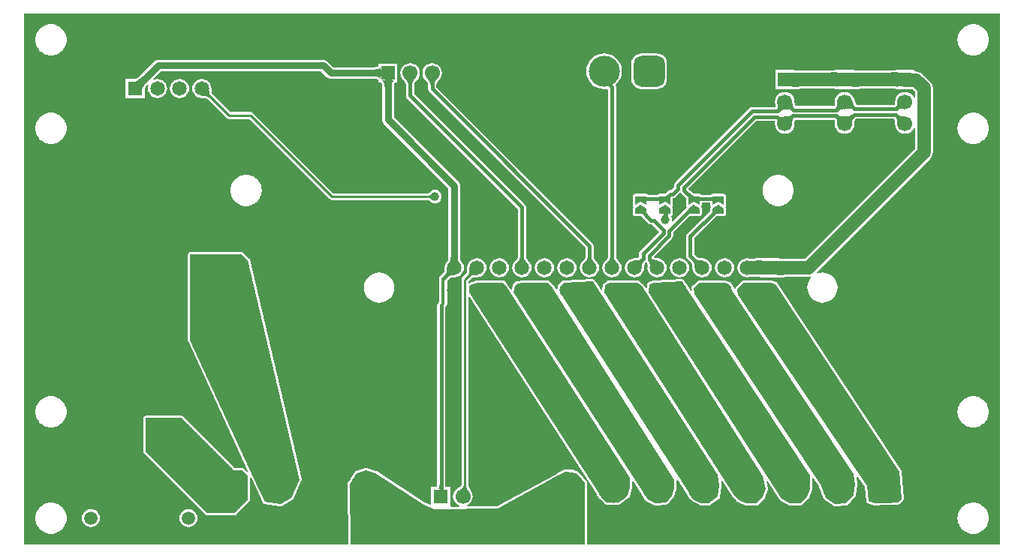
<source format=gtl>
G04*
G04 #@! TF.GenerationSoftware,Altium Limited,Altium Designer,20.0.12 (288)*
G04*
G04 Layer_Physical_Order=1*
G04 Layer_Color=255*
%FSLAX44Y44*%
%MOMM*%
G71*
G01*
G75*
%ADD26O,0.5000X0.4000*%
%ADD27C,0.4000*%
%ADD28C,0.3800*%
%ADD29C,0.2500*%
%ADD30C,1.5000*%
%ADD31C,0.3810*%
%ADD32C,0.8000*%
%ADD33C,1.7000*%
%ADD34R,1.6500X1.6500*%
%ADD35C,3.5000*%
G04:AMPARAMS|DCode=36|XSize=3.5mm|YSize=3.5mm|CornerRadius=0.875mm|HoleSize=0mm|Usage=FLASHONLY|Rotation=0.000|XOffset=0mm|YOffset=0mm|HoleType=Round|Shape=RoundedRectangle|*
%AMROUNDEDRECTD36*
21,1,3.5000,1.7500,0,0,0.0*
21,1,1.7500,3.5000,0,0,0.0*
1,1,1.7500,0.8750,-0.8750*
1,1,1.7500,-0.8750,-0.8750*
1,1,1.7500,-0.8750,0.8750*
1,1,1.7500,0.8750,0.8750*
%
%ADD36ROUNDEDRECTD36*%
%ADD37R,1.6500X1.6500*%
%ADD38C,1.6500*%
%ADD39R,2.5500X2.5500*%
%ADD40C,2.5500*%
%ADD41C,1.5080*%
%ADD42C,1.0000*%
G36*
X401811Y524500D02*
X401731Y525260D01*
X401490Y525940D01*
X401088Y526540D01*
X400526Y527060D01*
X399803Y527500D01*
X398920Y527860D01*
X397876Y528140D01*
X396671Y528340D01*
X395306Y528460D01*
X393781Y528500D01*
Y536500D01*
X395306Y536540D01*
X396671Y536660D01*
X397876Y536860D01*
X398920Y537140D01*
X399803Y537500D01*
X400526Y537940D01*
X401088Y538460D01*
X401490Y539060D01*
X401731Y539740D01*
X401811Y540500D01*
Y524500D01*
D02*
G37*
G36*
X138876Y523219D02*
X137289Y521576D01*
X134794Y518631D01*
X133886Y517329D01*
X133204Y516141D01*
X132749Y515066D01*
X132519Y514106D01*
X132516Y513259D01*
X132739Y512525D01*
X133189Y511906D01*
X121906Y523189D01*
X122525Y522739D01*
X123259Y522516D01*
X124106Y522519D01*
X125066Y522749D01*
X126141Y523204D01*
X127329Y523886D01*
X128631Y524794D01*
X130047Y525929D01*
X133219Y528876D01*
X138876Y523219D01*
D02*
G37*
G36*
X417240Y524201D02*
X416560Y523960D01*
X415960Y523560D01*
X415440Y523000D01*
X415000Y522281D01*
X414640Y521400D01*
X414360Y520360D01*
X414160Y519160D01*
X414040Y517800D01*
X414000Y516281D01*
X406000D01*
X405960Y517800D01*
X405840Y519160D01*
X405640Y520360D01*
X405360Y521400D01*
X405000Y522281D01*
X404560Y523000D01*
X404040Y523560D01*
X403440Y523960D01*
X402760Y524201D01*
X402000Y524281D01*
X418000D01*
X417240Y524201D01*
D02*
G37*
G36*
X488918Y323987D02*
X489060Y322397D01*
X489184Y321685D01*
X489344Y321030D01*
X489539Y320431D01*
X489770Y319887D01*
X490036Y319399D01*
X490338Y318968D01*
X490675Y318592D01*
X479125D01*
X479462Y318968D01*
X479764Y319399D01*
X480030Y319887D01*
X480261Y320431D01*
X480456Y321030D01*
X480616Y321685D01*
X480740Y322397D01*
X480829Y323164D01*
X480900Y324865D01*
X488900D01*
X488918Y323987D01*
D02*
G37*
G36*
X484902Y308700D02*
X484624Y308645D01*
X484259Y308479D01*
X483807Y308203D01*
X483267Y307816D01*
X482272Y306996D01*
X484818Y304450D01*
X483789Y304437D01*
X481908Y304263D01*
X481054Y304104D01*
X480259Y303896D01*
X479522Y303639D01*
X478843Y303334D01*
X478222Y302980D01*
X477659Y302577D01*
X477154Y302126D01*
X474326Y304954D01*
X474777Y305459D01*
X475180Y306022D01*
X475534Y306642D01*
X475839Y307322D01*
X476096Y308059D01*
X476304Y308854D01*
X476463Y309708D01*
X476574Y310620D01*
X476637Y311589D01*
X476650Y312617D01*
X479123Y310145D01*
X480403Y311607D01*
X480679Y312059D01*
X480845Y312424D01*
X480900Y312703D01*
X484902Y308700D01*
D02*
G37*
G36*
X510218Y304450D02*
X508994Y304443D01*
X506809Y304306D01*
X505848Y304177D01*
X504975Y304007D01*
X504188Y303797D01*
X503489Y303546D01*
X502878Y303254D01*
X502354Y302922D01*
X501917Y302550D01*
X500150Y304317D01*
X500522Y304754D01*
X500854Y305278D01*
X501146Y305889D01*
X501397Y306588D01*
X501607Y307374D01*
X501777Y308248D01*
X501906Y309209D01*
X502043Y311394D01*
X502050Y312617D01*
X510218Y304450D01*
D02*
G37*
G36*
X1100000Y0D02*
X634590D01*
Y70000D01*
X634508Y70413D01*
X634453Y70830D01*
X634410Y70905D01*
X634393Y70991D01*
X634159Y71341D01*
X633949Y71705D01*
X630583Y75553D01*
X630243Y76188D01*
X627739Y79239D01*
X625980Y80683D01*
X623831Y82831D01*
X623499Y83053D01*
X623186Y83302D01*
X623082Y83332D01*
X622991Y83393D01*
X622599Y83471D01*
X622215Y83581D01*
X620930Y83688D01*
X617429Y84750D01*
X613500Y85137D01*
X609571Y84750D01*
X605794Y83604D01*
X602313Y81743D01*
X600156Y79973D01*
X598842Y79316D01*
X598805Y79288D01*
X598760Y79274D01*
X533323Y43581D01*
X499160Y43106D01*
X498899Y44373D01*
X500068Y44857D01*
X502374Y46626D01*
X504143Y48932D01*
X505256Y51618D01*
X505635Y54500D01*
X505256Y57382D01*
X504143Y60068D01*
X503979Y60282D01*
X503523Y61121D01*
X501886Y64355D01*
X501196Y65946D01*
X500984Y66524D01*
X500849Y66971D01*
X500804Y67175D01*
Y279724D01*
X502074Y280097D01*
X645822Y56599D01*
X645916Y56502D01*
X645978Y56382D01*
X646597Y55608D01*
X647557Y53812D01*
X650061Y50761D01*
X651265Y49773D01*
X653978Y46382D01*
X654088Y46289D01*
X654169Y46169D01*
X654472Y45966D01*
X654751Y45732D01*
X654889Y45688D01*
X655009Y45607D01*
X655367Y45536D01*
X655714Y45426D01*
X655858Y45438D01*
X656000Y45410D01*
X659843D01*
X660371Y45250D01*
X664300Y44863D01*
X668229Y45250D01*
X668757Y45410D01*
X670000D01*
X670277Y45465D01*
X670560Y45472D01*
X670768Y45563D01*
X670991Y45607D01*
X671226Y45765D01*
X671485Y45878D01*
X672930Y46889D01*
X675488Y48257D01*
X678539Y50761D01*
X678645Y50890D01*
X681485Y52878D01*
X681732Y53136D01*
X682007Y53363D01*
X682078Y53498D01*
X682184Y53608D01*
X682313Y53941D01*
X682481Y54256D01*
X685480Y64256D01*
X685516Y64631D01*
X685590Y65000D01*
Y70957D01*
X686808Y71316D01*
X700824Y49596D01*
X700993Y49421D01*
X701123Y49216D01*
X701341Y49062D01*
X701527Y48870D01*
X701750Y48773D01*
X701948Y48633D01*
X710948Y44633D01*
X711087Y44602D01*
X711211Y44533D01*
X711576Y44492D01*
X711934Y44411D01*
X712074Y44435D01*
X712215Y44419D01*
X724215Y45419D01*
X724694Y45557D01*
X725172Y45690D01*
X725178Y45696D01*
X725186Y45698D01*
X725575Y46007D01*
X725966Y46315D01*
X731966Y53315D01*
X732187Y53707D01*
X732425Y54091D01*
X733443Y56805D01*
X733704Y57294D01*
X734035Y58383D01*
X735425Y62091D01*
X735500Y62547D01*
X735590Y63000D01*
Y72459D01*
X736860Y72830D01*
X749819Y52603D01*
X749857Y52564D01*
X749879Y52513D01*
X750206Y52201D01*
X750520Y51875D01*
X750570Y51853D01*
X750610Y51815D01*
X751000Y51567D01*
X751661Y50761D01*
X754713Y48257D01*
X758194Y46396D01*
X759974Y45856D01*
X761610Y44815D01*
X761821Y44733D01*
X762009Y44607D01*
X762287Y44552D01*
X762552Y44449D01*
X762778Y44454D01*
X763000Y44410D01*
X772000D01*
X772277Y44465D01*
X772560Y44472D01*
X772768Y44563D01*
X772991Y44607D01*
X773226Y44765D01*
X773485Y44878D01*
X783485Y51878D01*
X783505Y51899D01*
X783531Y51912D01*
X783854Y52263D01*
X784184Y52608D01*
X784194Y52635D01*
X784214Y52657D01*
X784377Y53105D01*
X784550Y53550D01*
X784550Y53579D01*
X784560Y53606D01*
X786560Y66606D01*
X786542Y67016D01*
X786554Y67426D01*
X785775Y72106D01*
X786960Y72562D01*
X797819Y55603D01*
X797932Y55486D01*
X798010Y55342D01*
X803010Y49342D01*
X803077Y49288D01*
X803123Y49216D01*
X803468Y48973D01*
X803796Y48707D01*
X803878Y48683D01*
X803948Y48633D01*
X812948Y44633D01*
X812981Y44626D01*
X813009Y44607D01*
X813473Y44515D01*
X813934Y44411D01*
X813967Y44417D01*
X814000Y44410D01*
X826000D01*
X826991Y44607D01*
X827831Y45169D01*
X834831Y52169D01*
X834883Y52246D01*
X834956Y52303D01*
X835162Y52664D01*
X835393Y53009D01*
X835411Y53100D01*
X835457Y53181D01*
X838457Y62181D01*
X838480Y62362D01*
X838547Y62532D01*
X838542Y62859D01*
X838583Y63184D01*
X838535Y63360D01*
X838532Y63543D01*
X836801Y71624D01*
X837974Y72109D01*
X851823Y50598D01*
X851913Y50505D01*
X851972Y50390D01*
X852261Y50144D01*
X852525Y49872D01*
X852644Y49820D01*
X852742Y49736D01*
X861742Y44736D01*
X861885Y44690D01*
X862009Y44607D01*
X862362Y44537D01*
X862704Y44427D01*
X862853Y44439D01*
X863000Y44410D01*
X875000D01*
X875412Y44492D01*
X875830Y44547D01*
X875905Y44590D01*
X875991Y44607D01*
X876341Y44841D01*
X876705Y45051D01*
X884705Y52051D01*
X884815Y52193D01*
X884956Y52303D01*
X885120Y52590D01*
X885321Y52852D01*
X885368Y53025D01*
X885457Y53181D01*
X888457Y62181D01*
X888509Y62593D01*
X888590Y63000D01*
Y75342D01*
X889806Y75707D01*
X895694Y66793D01*
X901596Y52038D01*
X901728Y51835D01*
X901816Y51608D01*
X902001Y51415D01*
X902147Y51191D01*
X902347Y51054D01*
X902515Y50878D01*
X912515Y43878D01*
X912863Y43725D01*
X913195Y43538D01*
X913323Y43523D01*
X913440Y43472D01*
X913820Y43463D01*
X914199Y43418D01*
X927199Y44418D01*
X927664Y44548D01*
X928130Y44670D01*
X928149Y44684D01*
X928172Y44690D01*
X928551Y44989D01*
X928936Y45279D01*
X936936Y54279D01*
X937047Y54469D01*
X937197Y54629D01*
X937300Y54901D01*
X937447Y55151D01*
X937477Y55369D01*
X937554Y55574D01*
X939555Y67574D01*
X939541Y68000D01*
X939555Y68426D01*
X938166Y76754D01*
X939347Y77223D01*
X947501Y65076D01*
X949428Y48697D01*
X949583Y48219D01*
X949736Y47742D01*
X949738Y47740D01*
X949740Y47736D01*
X950064Y47356D01*
X950390Y46972D01*
X950393Y46970D01*
X950395Y46967D01*
X950843Y46739D01*
X951289Y46510D01*
X958289Y44510D01*
X958696Y44476D01*
X959100Y44412D01*
X970811Y44863D01*
X977850D01*
X980755Y45245D01*
X985100Y45412D01*
X985544Y45518D01*
X985991Y45607D01*
X986033Y45635D01*
X986082Y45647D01*
X986452Y45915D01*
X986831Y46169D01*
X990831Y50169D01*
X990880Y50241D01*
X990949Y50295D01*
X991159Y50659D01*
X991393Y51009D01*
X991410Y51095D01*
X991453Y51170D01*
X991508Y51588D01*
X991590Y52000D01*
X991573Y52086D01*
X991584Y52172D01*
X989584Y82172D01*
X989542Y82329D01*
X989543Y82492D01*
X989412Y82813D01*
X989321Y83148D01*
X989222Y83277D01*
X989161Y83427D01*
X849161Y295427D01*
X848966Y295625D01*
X848809Y295853D01*
X848614Y295980D01*
X848450Y296145D01*
X848195Y296253D01*
X847962Y296404D01*
X842962Y298405D01*
X842480Y298494D01*
X842000Y298590D01*
X811000D01*
X810914Y298573D01*
X810828Y298584D01*
X810422Y298475D01*
X810009Y298393D01*
X809936Y298344D01*
X809852Y298321D01*
X809519Y298065D01*
X809169Y297831D01*
X809120Y297759D01*
X809051Y297705D01*
X802051Y289705D01*
X801987Y289594D01*
X801893Y289505D01*
X801736Y289159D01*
X801641Y288994D01*
X801018Y288947D01*
X800679Y289023D01*
X800339Y289151D01*
X800212Y290117D01*
X799125Y292742D01*
X797395Y294995D01*
X797384Y295005D01*
X797380Y295020D01*
X797154Y295350D01*
X796956Y295697D01*
X796870Y295764D01*
X796809Y295853D01*
X796474Y296071D01*
X796158Y296316D01*
X796053Y296345D01*
X795962Y296404D01*
X794608Y296946D01*
X792517Y297812D01*
X792406Y297827D01*
X790962Y298405D01*
X790480Y298494D01*
X790000Y298590D01*
X762000D01*
X761600Y298510D01*
X761195Y298462D01*
X761108Y298412D01*
X761009Y298393D01*
X760670Y298166D01*
X760315Y297966D01*
X758874Y296731D01*
X758858Y296725D01*
X756605Y294995D01*
X756135Y294384D01*
X753315Y291966D01*
X753139Y291743D01*
X752928Y291554D01*
X752830Y291350D01*
X752690Y291172D01*
X752614Y290898D01*
X752491Y290643D01*
X752479Y290417D01*
X752418Y290199D01*
X752452Y289917D01*
X752436Y289634D01*
X752794Y287131D01*
X751606Y286681D01*
X749430Y289984D01*
X749412Y290117D01*
X748325Y292742D01*
X746596Y294995D01*
X745905Y295525D01*
X744221Y298332D01*
X743981Y298597D01*
X743773Y298888D01*
X743644Y298968D01*
X743542Y299081D01*
X743219Y299233D01*
X742916Y299422D01*
X742766Y299447D01*
X742628Y299512D01*
X742271Y299530D01*
X741919Y299589D01*
X709919Y298589D01*
X709481Y298487D01*
X709038Y298405D01*
X704038Y296404D01*
X703719Y296197D01*
X703382Y296022D01*
X703299Y295924D01*
X703191Y295853D01*
X702976Y295540D01*
X702731Y295249D01*
X702692Y295126D01*
X702620Y295020D01*
X702541Y294648D01*
X702426Y294286D01*
X701923Y289754D01*
X700685Y289466D01*
X698184Y293392D01*
X697891Y293698D01*
X697618Y294022D01*
X692618Y298022D01*
X692294Y298190D01*
X691991Y298393D01*
X691849Y298421D01*
X691721Y298487D01*
X691357Y298519D01*
X691000Y298590D01*
X660000D01*
X659811Y298552D01*
X659619Y298562D01*
X659320Y298454D01*
X659009Y298393D01*
X658849Y298286D01*
X658668Y298221D01*
X653668Y295221D01*
X653551Y295115D01*
X653410Y295044D01*
X653180Y294778D01*
X652919Y294542D01*
X652852Y294399D01*
X652749Y294280D01*
X652638Y293946D01*
X652488Y293628D01*
X652480Y293471D01*
X652430Y293321D01*
X651759Y287949D01*
X650520Y287667D01*
X646177Y294403D01*
X646112Y294470D01*
X646072Y294554D01*
X643072Y298554D01*
X642905Y298703D01*
X642775Y298886D01*
X642532Y299037D01*
X642319Y299228D01*
X642108Y299303D01*
X641918Y299422D01*
X641636Y299469D01*
X641366Y299564D01*
X641143Y299552D01*
X640921Y299589D01*
X607922Y298589D01*
X607819Y298565D01*
X607714Y298574D01*
X607330Y298452D01*
X606937Y298361D01*
X606851Y298300D01*
X606751Y298269D01*
X606442Y298009D01*
X606114Y297775D01*
X606058Y297686D01*
X605978Y297618D01*
X601978Y292618D01*
X601810Y292294D01*
X601607Y291991D01*
X601579Y291849D01*
X601513Y291721D01*
X601481Y291357D01*
X601410Y291000D01*
Y290171D01*
X601388Y290117D01*
X601109Y288002D01*
X599790Y287710D01*
X596186Y293388D01*
X595990Y293594D01*
X595831Y293831D01*
X591831Y297831D01*
X590991Y298393D01*
X590000Y298590D01*
X563000D01*
X562818Y298554D01*
X562634Y298564D01*
X555634Y297564D01*
X555327Y297456D01*
X555009Y297393D01*
X554855Y297290D01*
X554681Y297228D01*
X554439Y297012D01*
X554169Y296831D01*
X551169Y293831D01*
X550988Y293561D01*
X550772Y293319D01*
X550710Y293145D01*
X550607Y292991D01*
X550544Y292673D01*
X550436Y292366D01*
X549864Y288358D01*
X548623Y288085D01*
X545173Y293409D01*
X545111Y293473D01*
X545072Y293554D01*
X542072Y297554D01*
X541934Y297677D01*
X541831Y297831D01*
X541561Y298012D01*
X541320Y298228D01*
X541145Y298290D01*
X540991Y298393D01*
X540672Y298456D01*
X540366Y298564D01*
X540182Y298554D01*
X540000Y298590D01*
X510000D01*
X509521Y298494D01*
X509038Y298405D01*
X507594Y297827D01*
X507483Y297812D01*
X505392Y296946D01*
X504038Y296404D01*
X503812Y296258D01*
X503563Y296155D01*
X501924Y295062D01*
X500804Y295661D01*
Y297739D01*
X503902Y300837D01*
X504133Y300983D01*
X504487Y301152D01*
X504962Y301323D01*
X505557Y301482D01*
X506268Y301620D01*
X507063Y301727D01*
X509083Y301854D01*
X509979Y301859D01*
X510300Y301817D01*
X513117Y302188D01*
X515742Y303275D01*
X517995Y305005D01*
X519725Y307258D01*
X520812Y309883D01*
X521183Y312700D01*
X520812Y315517D01*
X519725Y318142D01*
X517995Y320396D01*
X515742Y322125D01*
X513117Y323212D01*
X510300Y323583D01*
X507483Y323212D01*
X504858Y322125D01*
X502604Y320396D01*
X500875Y318142D01*
X499788Y315517D01*
X499417Y312700D01*
X499459Y312379D01*
X499454Y311483D01*
X499327Y309463D01*
X499220Y308668D01*
X499082Y307957D01*
X498923Y307362D01*
X498752Y306887D01*
X498583Y306533D01*
X498437Y306302D01*
X494208Y302072D01*
X493370Y300819D01*
X493076Y299340D01*
Y67809D01*
X493073Y67773D01*
X493013Y67524D01*
X492899Y67246D01*
X492712Y66926D01*
X492432Y66561D01*
X492046Y66156D01*
X491546Y65721D01*
X490928Y65264D01*
X490191Y64793D01*
X489305Y64298D01*
X488932Y64143D01*
X486626Y62374D01*
X484857Y60068D01*
X483744Y57382D01*
X483365Y54500D01*
X483744Y51618D01*
X484857Y48932D01*
X486626Y46626D01*
X488932Y44857D01*
X490386Y44254D01*
X490142Y42981D01*
X481207Y42857D01*
X480290Y44114D01*
Y65290D01*
X474701D01*
X474651Y65593D01*
X474629Y65848D01*
Y268227D01*
X475391Y268989D01*
X476372Y270458D01*
X476717Y272190D01*
Y297971D01*
X479347Y300600D01*
X479620Y300796D01*
X480018Y301022D01*
X480480Y301231D01*
X481014Y301416D01*
X481621Y301575D01*
X482265Y301696D01*
X483926Y301849D01*
X484592Y301857D01*
X484900Y301817D01*
X487717Y302188D01*
X490342Y303275D01*
X492595Y305005D01*
X494325Y307258D01*
X495412Y309883D01*
X495783Y312700D01*
X495412Y315517D01*
X494325Y318142D01*
X492595Y320396D01*
X492404Y320542D01*
X492370Y320580D01*
X492241Y320766D01*
X492104Y321016D01*
X491967Y321339D01*
X491837Y321739D01*
X491721Y322215D01*
X491630Y322735D01*
X491505Y324128D01*
X491496Y324561D01*
Y405100D01*
X491272Y406807D01*
X490613Y408398D01*
X489564Y409764D01*
X416596Y482732D01*
Y516500D01*
X416627Y517653D01*
X416731Y518833D01*
X416894Y519810D01*
X417099Y520570D01*
X417318Y521107D01*
X417514Y521428D01*
X417650Y521575D01*
X417727Y521626D01*
X417814Y521657D01*
X418271Y521705D01*
X418287Y521710D01*
X420790D01*
Y543290D01*
X399210D01*
Y540530D01*
X399187Y540317D01*
X399157Y540231D01*
X399106Y540154D01*
X398958Y540017D01*
X398634Y539820D01*
X398093Y539599D01*
X397327Y539394D01*
X396345Y539231D01*
X395159Y539127D01*
X394001Y539096D01*
X348232D01*
X341664Y545664D01*
X340298Y546713D01*
X338707Y547372D01*
X337000Y547596D01*
X151000D01*
X149293Y547372D01*
X147702Y546713D01*
X146336Y545664D01*
X131289Y530618D01*
X128354Y527891D01*
X127079Y526869D01*
X125941Y526076D01*
X125443Y525790D01*
X114210D01*
Y504210D01*
X135790D01*
Y515443D01*
X136076Y515941D01*
X136849Y517050D01*
X138701Y519236D01*
X139798Y518567D01*
X139488Y517817D01*
X139117Y515000D01*
X139488Y512183D01*
X140575Y509558D01*
X142304Y507304D01*
X144558Y505575D01*
X147183Y504488D01*
X150000Y504117D01*
X152817Y504488D01*
X155442Y505575D01*
X157696Y507304D01*
X159425Y509558D01*
X160512Y512183D01*
X160883Y515000D01*
X160512Y517817D01*
X159425Y520442D01*
X157696Y522696D01*
X155442Y524425D01*
X152817Y525512D01*
X150000Y525883D01*
X147183Y525512D01*
X146251Y525126D01*
X145532Y526203D01*
X153732Y534404D01*
X334268D01*
X340836Y527836D01*
X342202Y526787D01*
X343793Y526128D01*
X345500Y525904D01*
X394001D01*
X395159Y525873D01*
X396345Y525769D01*
X397327Y525606D01*
X398093Y525401D01*
X398634Y525180D01*
X398958Y524983D01*
X399106Y524846D01*
X399157Y524769D01*
X399187Y524683D01*
X399210Y524470D01*
Y521710D01*
X401713D01*
X401729Y521705D01*
X402186Y521657D01*
X402273Y521626D01*
X402350Y521575D01*
X402486Y521429D01*
X402682Y521107D01*
X402901Y520570D01*
X403106Y519810D01*
X403269Y518833D01*
X403373Y517653D01*
X403404Y516500D01*
Y480000D01*
X403628Y478293D01*
X404287Y476702D01*
X405336Y475336D01*
X478304Y402368D01*
Y324760D01*
X478245Y323367D01*
X478176Y322769D01*
X478080Y322215D01*
X477963Y321739D01*
X477833Y321339D01*
X477696Y321016D01*
X477559Y320766D01*
X477430Y320580D01*
X477396Y320542D01*
X477205Y320396D01*
X475475Y318142D01*
X474388Y315517D01*
X474017Y312700D01*
X474057Y312392D01*
X474048Y311690D01*
X473995Y310859D01*
X473903Y310103D01*
X473775Y309421D01*
X473616Y308814D01*
X473430Y308280D01*
X473223Y307818D01*
X472996Y307420D01*
X472800Y307146D01*
X468917Y303263D01*
X467913Y301761D01*
X467561Y299990D01*
X467663Y299477D01*
Y274065D01*
X467161Y273564D01*
X466727Y273273D01*
X465723Y271771D01*
X465371Y270000D01*
Y65848D01*
X465349Y65593D01*
X465299Y65290D01*
X458710D01*
Y45549D01*
X457640Y44865D01*
X450263Y48269D01*
X397427Y83161D01*
X397048Y83316D01*
X396681Y83498D01*
X385681Y86498D01*
X385467Y86514D01*
X385262Y86576D01*
X384968Y86549D01*
X384673Y86569D01*
X384470Y86501D01*
X384256Y86481D01*
X374256Y83481D01*
X373874Y83278D01*
X373482Y83098D01*
X373430Y83042D01*
X373363Y83007D01*
X373088Y82674D01*
X372794Y82357D01*
X369901Y77655D01*
X369107Y76687D01*
X367794Y74232D01*
X364794Y69357D01*
X364716Y69145D01*
X364593Y68956D01*
X364542Y68676D01*
X364443Y68410D01*
X364451Y68184D01*
X364411Y67962D01*
X365397Y905D01*
X364505Y0D01*
X0D01*
Y600000D01*
X1100000D01*
Y0D01*
D02*
G37*
G36*
X472020Y65954D02*
X472080Y65269D01*
X472180Y64664D01*
X472320Y64140D01*
X472500Y63697D01*
X472720Y63334D01*
X472980Y63052D01*
X473280Y62850D01*
X473620Y62729D01*
X474000Y62689D01*
X466000D01*
X466380Y62729D01*
X466720Y62850D01*
X467020Y63052D01*
X467280Y63334D01*
X467500Y63697D01*
X467680Y64140D01*
X467820Y64664D01*
X467920Y65269D01*
X467980Y65954D01*
X468000Y66719D01*
X472000D01*
X472020Y65954D01*
D02*
G37*
G36*
X498190Y67257D02*
X498228Y66838D01*
X498340Y66319D01*
X498528Y65701D01*
X498790Y64985D01*
X499541Y63254D01*
X501229Y59917D01*
X501942Y58607D01*
X490543Y62023D01*
X491521Y62570D01*
X492396Y63129D01*
X493168Y63699D01*
X493837Y64281D01*
X494403Y64875D01*
X494866Y65480D01*
X495227Y66097D01*
X495484Y66725D01*
X495639Y67365D01*
X495690Y68016D01*
X498190Y67257D01*
D02*
G37*
G36*
X543000Y292000D02*
X683000Y76000D01*
Y65000D01*
X680000Y55000D01*
X670000Y48000D01*
X656000D01*
X648000Y58000D01*
X502000Y285000D01*
Y292000D01*
X505000Y294000D01*
X510000Y296000D01*
X540000D01*
X543000Y292000D01*
D02*
G37*
G36*
X847000Y294000D02*
X987000Y82000D01*
X989000Y52000D01*
X985000Y48000D01*
X959000Y47000D01*
X952000Y49000D01*
X950000Y66000D01*
X805000Y282000D01*
X804000Y288000D01*
X811000Y296000D01*
X842000D01*
X847000Y294000D01*
D02*
G37*
G36*
X745000Y292000D02*
X886000Y78000D01*
Y63000D01*
X883000Y54000D01*
X875000Y47000D01*
X863000D01*
X854000Y52000D01*
X704000Y285000D01*
X705000Y294000D01*
X710000Y296000D01*
X742000Y297000D01*
X745000Y292000D01*
D02*
G37*
G36*
X696000D02*
X833000Y77000D01*
X836000Y63000D01*
X833000Y54000D01*
X826000Y47000D01*
X814000D01*
X805000Y51000D01*
X800000Y57000D01*
X654000Y285000D01*
X655000Y293000D01*
X660000Y296000D01*
X691000D01*
X696000Y292000D01*
D02*
G37*
G36*
X644000Y293000D02*
X782000Y79000D01*
X784000Y67000D01*
X782000Y54000D01*
X772000Y47000D01*
X763000D01*
X752000Y54000D01*
X604000Y285000D01*
Y291000D01*
X608000Y296000D01*
X641000Y297000D01*
X644000Y293000D01*
D02*
G37*
G36*
X594000Y292000D02*
X733000Y73000D01*
Y63000D01*
X730000Y55000D01*
X724000Y48000D01*
X712000Y47000D01*
X703000Y51000D01*
X552000Y285000D01*
X553000Y292000D01*
X556000Y295000D01*
X563000Y296000D01*
X590000D01*
X594000Y292000D01*
D02*
G37*
G36*
X795000Y294000D02*
X797000Y288000D01*
X935000Y80000D01*
X937000Y68000D01*
X935000Y56000D01*
X927000Y47000D01*
X914000Y46000D01*
X904000Y53000D01*
X898000Y68000D01*
X756000Y283000D01*
X755000Y290000D01*
X762000Y296000D01*
X790000D01*
X795000Y294000D01*
D02*
G37*
G36*
X396000Y81000D02*
X449000Y46000D01*
X462000Y40000D01*
X534000Y41000D01*
X600000Y77000D01*
X610000Y82000D01*
X622000Y81000D01*
X625000Y78000D01*
X632000Y70000D01*
Y0D01*
X368000D01*
X367000Y68000D01*
X375000Y81000D01*
X385000Y84000D01*
X396000Y81000D01*
D02*
G37*
%LPC*%
G36*
X1071477Y587590D02*
X1068523D01*
X1068272Y587540D01*
X1068017D01*
X1065119Y586964D01*
X1064884Y586866D01*
X1064634Y586816D01*
X1061904Y585685D01*
X1061692Y585544D01*
X1061456Y585446D01*
X1058999Y583805D01*
X1058819Y583624D01*
X1058607Y583483D01*
X1056517Y581393D01*
X1056376Y581181D01*
X1056195Y581001D01*
X1054554Y578544D01*
X1054456Y578308D01*
X1054314Y578096D01*
X1053184Y575366D01*
X1053134Y575116D01*
X1053036Y574881D01*
X1052460Y571983D01*
Y571727D01*
X1052410Y571477D01*
Y568523D01*
X1052460Y568272D01*
Y568017D01*
X1053036Y565119D01*
X1053134Y564884D01*
X1053184Y564634D01*
X1054314Y561904D01*
X1054456Y561692D01*
X1054554Y561456D01*
X1056195Y558999D01*
X1056376Y558819D01*
X1056517Y558607D01*
X1058607Y556517D01*
X1058819Y556376D01*
X1058999Y556195D01*
X1061456Y554554D01*
X1061692Y554456D01*
X1061904Y554314D01*
X1064634Y553184D01*
X1064884Y553134D01*
X1065119Y553036D01*
X1068017Y552460D01*
X1068272D01*
X1068523Y552410D01*
X1071477D01*
X1071728Y552460D01*
X1071983D01*
X1074881Y553036D01*
X1075116Y553134D01*
X1075366Y553184D01*
X1078096Y554314D01*
X1078308Y554456D01*
X1078544Y554554D01*
X1081001Y556195D01*
X1081181Y556376D01*
X1081393Y556517D01*
X1083483Y558607D01*
X1083624Y558819D01*
X1083804Y558999D01*
X1085446Y561456D01*
X1085544Y561692D01*
X1085685Y561904D01*
X1086816Y564634D01*
X1086866Y564884D01*
X1086964Y565119D01*
X1087540Y568017D01*
Y568272D01*
X1087590Y568523D01*
Y571477D01*
X1087540Y571727D01*
Y571983D01*
X1086964Y574881D01*
X1086866Y575116D01*
X1086816Y575366D01*
X1085685Y578096D01*
X1085544Y578308D01*
X1085446Y578544D01*
X1083804Y581001D01*
X1083624Y581181D01*
X1083483Y581393D01*
X1081393Y583483D01*
X1081181Y583624D01*
X1081001Y583805D01*
X1078544Y585446D01*
X1078308Y585544D01*
X1078096Y585685D01*
X1075366Y586816D01*
X1075116Y586866D01*
X1074881Y586964D01*
X1071983Y587540D01*
X1071728D01*
X1071477Y587590D01*
D02*
G37*
G36*
X31477D02*
X28523D01*
X28272Y587540D01*
X28017D01*
X25119Y586964D01*
X24884Y586866D01*
X24634Y586816D01*
X21904Y585685D01*
X21692Y585544D01*
X21456Y585446D01*
X18999Y583805D01*
X18819Y583624D01*
X18607Y583483D01*
X16517Y581393D01*
X16376Y581181D01*
X16195Y581001D01*
X14554Y578544D01*
X14456Y578308D01*
X14315Y578096D01*
X13184Y575366D01*
X13134Y575116D01*
X13036Y574881D01*
X12460Y571983D01*
Y571727D01*
X12410Y571477D01*
Y568523D01*
X12460Y568272D01*
Y568017D01*
X13036Y565119D01*
X13134Y564884D01*
X13184Y564634D01*
X14315Y561904D01*
X14456Y561692D01*
X14554Y561456D01*
X16195Y558999D01*
X16376Y558819D01*
X16517Y558607D01*
X18607Y556517D01*
X18819Y556376D01*
X18999Y556195D01*
X21456Y554554D01*
X21692Y554456D01*
X21904Y554314D01*
X24634Y553184D01*
X24884Y553134D01*
X25119Y553036D01*
X28017Y552460D01*
X28272D01*
X28523Y552410D01*
X31477D01*
X31727Y552460D01*
X31983D01*
X34880Y553036D01*
X35116Y553134D01*
X35366Y553184D01*
X38096Y554314D01*
X38308Y554456D01*
X38544Y554554D01*
X41001Y556195D01*
X41181Y556376D01*
X41393Y556517D01*
X43482Y558607D01*
X43624Y558819D01*
X43804Y558999D01*
X45446Y561456D01*
X45544Y561692D01*
X45685Y561904D01*
X46816Y564634D01*
X46866Y564884D01*
X46964Y565119D01*
X47540Y568017D01*
Y568272D01*
X47590Y568523D01*
Y571477D01*
X47540Y571727D01*
Y571983D01*
X46964Y574881D01*
X46866Y575116D01*
X46816Y575366D01*
X45685Y578096D01*
X45544Y578308D01*
X45446Y578544D01*
X43804Y581001D01*
X43624Y581181D01*
X43482Y581393D01*
X41393Y583483D01*
X41181Y583624D01*
X41001Y583805D01*
X38544Y585446D01*
X38308Y585544D01*
X38096Y585685D01*
X35366Y586816D01*
X35116Y586866D01*
X34880Y586964D01*
X31983Y587540D01*
X31727D01*
X31477Y587590D01*
D02*
G37*
G36*
X984781Y535809D02*
X984719Y535797D01*
X984656Y535806D01*
X984316Y535790D01*
X982210D01*
Y535689D01*
X970487Y535127D01*
X942608D01*
X935790Y535345D01*
Y535790D01*
X933316D01*
X933220Y535809D01*
X933160Y535797D01*
X933099Y535807D01*
X933033Y535790D01*
X916877D01*
X916780Y535809D01*
X916719Y535797D01*
X916656Y535806D01*
X916317Y535790D01*
X914210D01*
Y535689D01*
X902487Y535127D01*
X875108D01*
X868290Y535345D01*
Y535790D01*
X865816D01*
X865720Y535809D01*
X865660Y535797D01*
X865599Y535807D01*
X865533Y535790D01*
X846710D01*
Y514210D01*
X865623D01*
X865720Y514191D01*
X865781Y514203D01*
X865844Y514194D01*
X866183Y514210D01*
X868290D01*
Y514311D01*
X880013Y514873D01*
X907392D01*
X914210Y514655D01*
Y514210D01*
X916684D01*
X916780Y514191D01*
X916840Y514203D01*
X916901Y514193D01*
X916967Y514210D01*
X933123D01*
X933220Y514191D01*
X933281Y514203D01*
X933344Y514194D01*
X933684Y514210D01*
X935790D01*
Y514311D01*
X947513Y514873D01*
X975392D01*
X982210Y514655D01*
Y514210D01*
X984684D01*
X984781Y514191D01*
X984840Y514203D01*
X984901Y514193D01*
X984967Y514210D01*
X993092D01*
X993750Y514123D01*
X1001495D01*
X1004349Y511269D01*
Y504768D01*
X1003079Y504515D01*
X1002643Y505568D01*
X1000874Y507874D01*
X998568Y509643D01*
X995882Y510756D01*
X993000Y511135D01*
X990118Y510756D01*
X987432Y509643D01*
X985126Y507874D01*
X983357Y505568D01*
X982244Y502882D01*
X981865Y500000D01*
X981931Y499497D01*
X981925Y499465D01*
X981933Y498929D01*
X981902Y498523D01*
X981836Y498130D01*
X981733Y497743D01*
X981591Y497357D01*
X981407Y496968D01*
X981245Y496688D01*
X938326D01*
X938280Y496751D01*
X937653Y497812D01*
X937377Y498376D01*
X935961Y502097D01*
X935784Y502665D01*
X935756Y502882D01*
X934643Y505568D01*
X932874Y507874D01*
X930568Y509643D01*
X927882Y510756D01*
X925000Y511135D01*
X922118Y510756D01*
X919432Y509643D01*
X917126Y507874D01*
X915357Y505568D01*
X914244Y502882D01*
X913865Y500000D01*
X913967Y499225D01*
X913953Y499153D01*
X913970Y499066D01*
X913958Y498979D01*
X914011Y498194D01*
X914010Y497545D01*
X913963Y496950D01*
X913874Y496405D01*
X913747Y495908D01*
X913583Y495451D01*
X913493Y495260D01*
X869847D01*
X869777Y495381D01*
X869542Y495892D01*
X869319Y496491D01*
X869115Y497179D01*
X868941Y497926D01*
X868652Y499797D01*
X868634Y499994D01*
X868635Y500000D01*
X868631Y500032D01*
X868557Y500847D01*
X868497Y501050D01*
X868256Y502882D01*
X867143Y505568D01*
X865374Y507874D01*
X863068Y509643D01*
X860382Y510756D01*
X857500Y511135D01*
X854618Y510756D01*
X851932Y509643D01*
X849626Y507874D01*
X847857Y505568D01*
X846744Y502882D01*
X846365Y500000D01*
X846744Y497118D01*
X846860Y496838D01*
X846982Y496335D01*
X847087Y495700D01*
X847126Y495219D01*
X846855Y493990D01*
X820824D01*
X820824Y493990D01*
X819089Y493645D01*
X817619Y492663D01*
X734124Y409168D01*
X733142Y407698D01*
X732797Y405963D01*
Y403808D01*
X729445Y400457D01*
X728476D01*
X726742Y400112D01*
X725271Y399129D01*
X722252Y396110D01*
X722230Y396090D01*
X716250D01*
X715259Y395893D01*
X714419Y395331D01*
X714219Y395032D01*
X703281D01*
X703081Y395331D01*
X702241Y395893D01*
X701250Y396090D01*
X688750D01*
X687759Y395893D01*
X686919Y395331D01*
X686357Y394491D01*
X686160Y393500D01*
Y383500D01*
X686205Y383275D01*
X686200Y383045D01*
X686303Y382784D01*
X686357Y382509D01*
X686369Y382491D01*
X686839Y381500D01*
X686369Y380509D01*
X686357Y380491D01*
X686313Y380266D01*
X686220Y380055D01*
X686215Y379775D01*
X686160Y379500D01*
Y373500D01*
X686357Y372509D01*
X686919Y371669D01*
X687759Y371107D01*
X688750Y370910D01*
X695543D01*
X703514Y362939D01*
X703514Y362939D01*
X705016Y361936D01*
X706787Y361584D01*
X706788Y361584D01*
X707646D01*
X715717Y353512D01*
X694629Y332424D01*
X693626Y330923D01*
X693273Y329151D01*
X693273Y329151D01*
Y324543D01*
X692982Y324378D01*
X692520Y324169D01*
X691986Y323984D01*
X691379Y323825D01*
X690735Y323704D01*
X689074Y323551D01*
X688408Y323543D01*
X688100Y323583D01*
X685283Y323212D01*
X682658Y322125D01*
X680405Y320396D01*
X678675Y318142D01*
X677588Y315517D01*
X677217Y312700D01*
X677588Y309883D01*
X678675Y307258D01*
X680405Y305005D01*
X682658Y303275D01*
X685283Y302188D01*
X688100Y301817D01*
X690917Y302188D01*
X693542Y303275D01*
X695796Y305005D01*
X697525Y307258D01*
X698612Y309883D01*
X698983Y312700D01*
X698943Y313008D01*
X698952Y313710D01*
X699005Y314541D01*
X699097Y315298D01*
X699225Y315979D01*
X699384Y316586D01*
X699569Y317120D01*
X699777Y317582D01*
X700004Y317980D01*
X700200Y318253D01*
X700743Y318797D01*
X701549Y318754D01*
X702075Y318604D01*
X702211Y318510D01*
X702297Y318353D01*
X702473Y317927D01*
X702619Y317441D01*
X702731Y316888D01*
X702803Y316263D01*
X702830Y315567D01*
X702808Y314800D01*
X702727Y313893D01*
X702748Y313696D01*
X702617Y312700D01*
X702988Y309883D01*
X704075Y307258D01*
X705805Y305005D01*
X708058Y303275D01*
X710683Y302188D01*
X713500Y301817D01*
X716317Y302188D01*
X718942Y303275D01*
X721196Y305005D01*
X722925Y307258D01*
X724012Y309883D01*
X724383Y312700D01*
X724012Y315517D01*
X722925Y318142D01*
X721196Y320396D01*
X718942Y322125D01*
X716317Y323212D01*
X714834Y323408D01*
X714598Y323484D01*
X713619Y323598D01*
X711867Y323916D01*
X711167Y324099D01*
X710620Y324277D01*
X710472Y324553D01*
X710278Y325640D01*
X710318Y325771D01*
X730420Y345873D01*
X730420Y345873D01*
X731423Y347375D01*
X731776Y349147D01*
Y352564D01*
X750122Y370910D01*
X761250D01*
X762241Y371107D01*
X763081Y371669D01*
X763643Y372509D01*
X763840Y373500D01*
Y379500D01*
X763785Y379775D01*
X763780Y380055D01*
X763687Y380266D01*
X763643Y380491D01*
X763631Y380509D01*
X763161Y381500D01*
X763631Y382491D01*
X763643Y382509D01*
X763697Y382784D01*
X763800Y383045D01*
X763795Y383275D01*
X763840Y383500D01*
Y385968D01*
X773660D01*
Y383500D01*
X773705Y383275D01*
X773700Y383045D01*
X773803Y382784D01*
X773857Y382509D01*
X773869Y382491D01*
X774339Y381500D01*
X773869Y380509D01*
X773857Y380491D01*
X773813Y380266D01*
X773720Y380055D01*
X773715Y379775D01*
X773660Y379500D01*
Y377207D01*
X747727Y351273D01*
X746723Y349771D01*
X746371Y348000D01*
X746371Y348000D01*
Y326000D01*
X746371Y326000D01*
X746723Y324229D01*
X747727Y322727D01*
X752200Y318253D01*
X752396Y317980D01*
X752623Y317582D01*
X752831Y317120D01*
X753016Y316586D01*
X753175Y315979D01*
X753296Y315335D01*
X753448Y313675D01*
X753457Y313008D01*
X753417Y312700D01*
X753788Y309883D01*
X754875Y307258D01*
X756605Y305005D01*
X758858Y303275D01*
X761483Y302188D01*
X764300Y301817D01*
X767117Y302188D01*
X769742Y303275D01*
X771995Y305005D01*
X773725Y307258D01*
X774812Y309883D01*
X775183Y312700D01*
X774812Y315517D01*
X773725Y318142D01*
X771995Y320396D01*
X769742Y322125D01*
X767117Y323212D01*
X764300Y323583D01*
X763992Y323543D01*
X763290Y323552D01*
X762459Y323605D01*
X761702Y323697D01*
X761021Y323825D01*
X760414Y323984D01*
X759880Y324169D01*
X759418Y324377D01*
X759020Y324604D01*
X758747Y324800D01*
X755629Y327917D01*
Y346083D01*
X780457Y370910D01*
X788750D01*
X789741Y371107D01*
X790581Y371669D01*
X791143Y372509D01*
X791340Y373500D01*
Y379500D01*
X791285Y379775D01*
X791280Y380055D01*
X791188Y380266D01*
X791143Y380491D01*
X791131Y380509D01*
X790661Y381500D01*
X791131Y382491D01*
X791143Y382509D01*
X791197Y382784D01*
X791300Y383045D01*
X791295Y383275D01*
X791340Y383500D01*
Y393500D01*
X791143Y394491D01*
X790581Y395331D01*
X789741Y395893D01*
X788750Y396090D01*
X776250D01*
X775259Y395893D01*
X774419Y395331D01*
X774219Y395032D01*
X763281D01*
X763081Y395331D01*
X762241Y395893D01*
X761250Y396090D01*
X755305D01*
X755033Y396325D01*
X752229Y399129D01*
X750758Y400112D01*
X750004Y400262D01*
X748510Y401755D01*
X825331Y478576D01*
X845780D01*
X846142Y478231D01*
X846668Y477368D01*
X846662Y477333D01*
X846664Y477273D01*
X846365Y475000D01*
X846744Y472118D01*
X847857Y469432D01*
X849626Y467126D01*
X851932Y465357D01*
X854618Y464244D01*
X857500Y463865D01*
X860382Y464244D01*
X863068Y465357D01*
X865374Y467126D01*
X867143Y469432D01*
X868256Y472118D01*
X868635Y475000D01*
X868559Y475579D01*
X868567Y475620D01*
X868556Y475676D01*
X868565Y475732D01*
X868527Y476590D01*
X868542Y477312D01*
X868602Y477975D01*
X868704Y478578D01*
X868844Y479124D01*
X869018Y479618D01*
X869124Y479846D01*
X913376D01*
X913482Y479618D01*
X913656Y479124D01*
X913796Y478578D01*
X913898Y477975D01*
X913958Y477312D01*
X913972Y476590D01*
X913935Y475732D01*
X913944Y475676D01*
X913933Y475620D01*
X913941Y475579D01*
X913865Y475000D01*
X914244Y472118D01*
X915357Y469432D01*
X917126Y467126D01*
X919432Y465357D01*
X922118Y464244D01*
X925000Y463865D01*
X927882Y464244D01*
X930568Y465357D01*
X932874Y467126D01*
X934643Y469432D01*
X935756Y472118D01*
X936135Y475000D01*
X936092Y475326D01*
X936101Y476092D01*
X936155Y476996D01*
X936248Y477816D01*
X936377Y478553D01*
X936539Y479205D01*
X936727Y479773D01*
X936936Y480258D01*
X937161Y480666D01*
X937363Y480954D01*
X937627Y481218D01*
X980373D01*
X980637Y480954D01*
X980839Y480666D01*
X981064Y480258D01*
X981273Y479773D01*
X981461Y479205D01*
X981622Y478553D01*
X981746Y477852D01*
X981899Y476059D01*
X981908Y475326D01*
X981865Y475000D01*
X982244Y472118D01*
X983357Y469432D01*
X985126Y467126D01*
X987432Y465357D01*
X990118Y464244D01*
X993000Y463865D01*
X995882Y464244D01*
X998568Y465357D01*
X1000874Y467126D01*
X1002643Y469432D01*
X1003079Y470485D01*
X1004349Y470232D01*
Y446917D01*
X880259Y322827D01*
X858108D01*
X851290Y323045D01*
Y323490D01*
X848816D01*
X848719Y323509D01*
X848660Y323497D01*
X848599Y323507D01*
X848533Y323490D01*
X832377D01*
X832281Y323509D01*
X832219Y323497D01*
X832156Y323506D01*
X831816Y323490D01*
X829710D01*
Y323389D01*
X818758Y322864D01*
X817917Y323212D01*
X815100Y323583D01*
X812283Y323212D01*
X809658Y322125D01*
X807404Y320396D01*
X805675Y318142D01*
X804588Y315517D01*
X804217Y312700D01*
X804588Y309883D01*
X805675Y307258D01*
X807404Y305005D01*
X809658Y303275D01*
X812283Y302188D01*
X815100Y301817D01*
X817917Y302188D01*
X818848Y302573D01*
X822892D01*
X829710Y302355D01*
Y301910D01*
X832184D01*
X832281Y301891D01*
X832340Y301903D01*
X832401Y301894D01*
X832467Y301910D01*
X848623D01*
X848719Y301891D01*
X848781Y301903D01*
X848844Y301894D01*
X849184Y301910D01*
X851290D01*
Y302011D01*
X863013Y302573D01*
X884454D01*
X884454Y302573D01*
X886620Y302859D01*
X886914Y302567D01*
X887313Y301701D01*
X885763Y299813D01*
X884181Y296852D01*
X883207Y293640D01*
X882878Y290300D01*
X883207Y286960D01*
X884181Y283748D01*
X885763Y280787D01*
X887893Y278193D01*
X890487Y276063D01*
X893447Y274481D01*
X896660Y273507D01*
X900000Y273178D01*
X903340Y273507D01*
X906553Y274481D01*
X909513Y276063D01*
X912107Y278193D01*
X914237Y280787D01*
X915819Y283748D01*
X916793Y286960D01*
X917122Y290300D01*
X916793Y293640D01*
X915819Y296852D01*
X914237Y299813D01*
X912107Y302407D01*
X909513Y304537D01*
X906553Y306119D01*
X903340Y307093D01*
X900000Y307422D01*
X896660Y307093D01*
X894227Y306355D01*
X893554Y307478D01*
X1021637Y435561D01*
X1021637Y435561D01*
X1023246Y437659D01*
X1024258Y440101D01*
X1024603Y442722D01*
Y515463D01*
X1024603Y515463D01*
X1024258Y518084D01*
X1023246Y520527D01*
X1021637Y522624D01*
X1021637Y522624D01*
X1012850Y531411D01*
X1010752Y533020D01*
X1008310Y534032D01*
X1005689Y534377D01*
X1005689Y534377D01*
X1003790D01*
Y535790D01*
X984877D01*
X984781Y535809D01*
D02*
G37*
G36*
X713322Y554724D02*
X695822D01*
X692875Y554336D01*
X690128Y553199D01*
X687770Y551389D01*
X685960Y549031D01*
X684822Y546284D01*
X684434Y543337D01*
Y525837D01*
X684822Y522890D01*
X685960Y520143D01*
X687770Y517785D01*
X690128Y515975D01*
X692875Y514838D01*
X695822Y514450D01*
X713322D01*
X716269Y514838D01*
X719016Y515975D01*
X721374Y517785D01*
X723184Y520143D01*
X724321Y522890D01*
X724709Y525837D01*
Y543337D01*
X724321Y546284D01*
X723184Y549031D01*
X721374Y551389D01*
X719016Y553199D01*
X716269Y554336D01*
X713322Y554724D01*
D02*
G37*
G36*
X175000Y525883D02*
X172183Y525512D01*
X169559Y524425D01*
X167304Y522696D01*
X165575Y520442D01*
X164488Y517817D01*
X164117Y515000D01*
X164488Y512183D01*
X165575Y509558D01*
X167304Y507304D01*
X169559Y505575D01*
X172183Y504488D01*
X175000Y504117D01*
X177817Y504488D01*
X180441Y505575D01*
X182696Y507304D01*
X184425Y509558D01*
X185512Y512183D01*
X185883Y515000D01*
X185512Y517817D01*
X184425Y520442D01*
X182696Y522696D01*
X180441Y524425D01*
X177817Y525512D01*
X175000Y525883D01*
D02*
G37*
G36*
X1071477Y487590D02*
X1068523D01*
X1068272Y487540D01*
X1068017D01*
X1065119Y486964D01*
X1064884Y486866D01*
X1064634Y486816D01*
X1061904Y485685D01*
X1061692Y485544D01*
X1061456Y485446D01*
X1058999Y483805D01*
X1058819Y483624D01*
X1058607Y483483D01*
X1056517Y481393D01*
X1056376Y481181D01*
X1056195Y481001D01*
X1054554Y478544D01*
X1054456Y478308D01*
X1054314Y478096D01*
X1053184Y475366D01*
X1053134Y475116D01*
X1053036Y474881D01*
X1052460Y471983D01*
Y471727D01*
X1052410Y471477D01*
Y468523D01*
X1052460Y468272D01*
Y468017D01*
X1053036Y465119D01*
X1053134Y464884D01*
X1053184Y464634D01*
X1054314Y461904D01*
X1054456Y461692D01*
X1054554Y461456D01*
X1056195Y458999D01*
X1056376Y458819D01*
X1056517Y458607D01*
X1058607Y456517D01*
X1058819Y456376D01*
X1058999Y456195D01*
X1061456Y454554D01*
X1061692Y454456D01*
X1061904Y454314D01*
X1064634Y453184D01*
X1064884Y453134D01*
X1065119Y453036D01*
X1068017Y452460D01*
X1068272D01*
X1068523Y452410D01*
X1071477D01*
X1071728Y452460D01*
X1071983D01*
X1074881Y453036D01*
X1075116Y453134D01*
X1075366Y453184D01*
X1078096Y454314D01*
X1078308Y454456D01*
X1078544Y454554D01*
X1081001Y456195D01*
X1081181Y456376D01*
X1081393Y456517D01*
X1083483Y458607D01*
X1083624Y458819D01*
X1083804Y458999D01*
X1085446Y461456D01*
X1085544Y461692D01*
X1085685Y461904D01*
X1086816Y464634D01*
X1086866Y464884D01*
X1086964Y465119D01*
X1087540Y468017D01*
Y468272D01*
X1087590Y468523D01*
Y471477D01*
X1087540Y471727D01*
Y471983D01*
X1086964Y474881D01*
X1086866Y475116D01*
X1086816Y475366D01*
X1085685Y478096D01*
X1085544Y478308D01*
X1085446Y478544D01*
X1083804Y481001D01*
X1083624Y481181D01*
X1083483Y481393D01*
X1081393Y483483D01*
X1081181Y483624D01*
X1081001Y483805D01*
X1078544Y485446D01*
X1078308Y485544D01*
X1078096Y485685D01*
X1075366Y486816D01*
X1075116Y486866D01*
X1074881Y486964D01*
X1071983Y487540D01*
X1071728D01*
X1071477Y487590D01*
D02*
G37*
G36*
X31477D02*
X28523D01*
X28272Y487540D01*
X28017D01*
X25119Y486964D01*
X24884Y486866D01*
X24634Y486816D01*
X21904Y485685D01*
X21692Y485544D01*
X21456Y485446D01*
X18999Y483805D01*
X18819Y483624D01*
X18607Y483483D01*
X16517Y481393D01*
X16376Y481181D01*
X16195Y481001D01*
X14554Y478544D01*
X14456Y478308D01*
X14315Y478096D01*
X13184Y475366D01*
X13134Y475116D01*
X13036Y474881D01*
X12460Y471983D01*
Y471727D01*
X12410Y471477D01*
Y468523D01*
X12460Y468272D01*
Y468017D01*
X13036Y465119D01*
X13134Y464884D01*
X13184Y464634D01*
X14315Y461904D01*
X14456Y461692D01*
X14554Y461456D01*
X16195Y458999D01*
X16376Y458819D01*
X16517Y458607D01*
X18607Y456517D01*
X18819Y456376D01*
X18999Y456195D01*
X21456Y454554D01*
X21692Y454456D01*
X21904Y454314D01*
X24634Y453184D01*
X24884Y453134D01*
X25119Y453036D01*
X28017Y452460D01*
X28272D01*
X28523Y452410D01*
X31477D01*
X31727Y452460D01*
X31983D01*
X34880Y453036D01*
X35116Y453134D01*
X35366Y453184D01*
X38096Y454314D01*
X38308Y454456D01*
X38544Y454554D01*
X41001Y456195D01*
X41181Y456376D01*
X41393Y456517D01*
X43482Y458607D01*
X43624Y458819D01*
X43804Y458999D01*
X45446Y461456D01*
X45544Y461692D01*
X45685Y461904D01*
X46816Y464634D01*
X46866Y464884D01*
X46964Y465119D01*
X47540Y468017D01*
Y468272D01*
X47590Y468523D01*
Y471477D01*
X47540Y471727D01*
Y471983D01*
X46964Y474881D01*
X46866Y475116D01*
X46816Y475366D01*
X45685Y478096D01*
X45544Y478308D01*
X45446Y478544D01*
X43804Y481001D01*
X43624Y481181D01*
X43482Y481393D01*
X41393Y483483D01*
X41181Y483624D01*
X41001Y483805D01*
X38544Y485446D01*
X38308Y485544D01*
X38096Y485685D01*
X35366Y486816D01*
X35116Y486866D01*
X34880Y486964D01*
X31983Y487540D01*
X31727D01*
X31477Y487590D01*
D02*
G37*
G36*
X200000Y525883D02*
X197183Y525512D01*
X194559Y524425D01*
X192304Y522696D01*
X190575Y520442D01*
X189488Y517817D01*
X189117Y515000D01*
X189488Y512183D01*
X190575Y509558D01*
X192304Y507304D01*
X194559Y505575D01*
X197183Y504488D01*
X200000Y504117D01*
X200321Y504159D01*
X201217Y504154D01*
X203237Y504027D01*
X204032Y503920D01*
X204743Y503782D01*
X205338Y503623D01*
X205814Y503452D01*
X206167Y503283D01*
X206398Y503137D01*
X227768Y481768D01*
X229021Y480930D01*
X230500Y480636D01*
X253899D01*
X344268Y390268D01*
X344268Y390268D01*
X345521Y389430D01*
X347000Y389136D01*
X347000Y389136D01*
X455377D01*
X455447Y389124D01*
X455622Y389078D01*
X455823Y389003D01*
X456053Y388893D01*
X456311Y388744D01*
X456563Y388573D01*
X457259Y387998D01*
X457555Y387710D01*
X457622Y387622D01*
X459198Y386414D01*
X461032Y385654D01*
X463000Y385395D01*
X464968Y385654D01*
X466802Y386414D01*
X468378Y387622D01*
X469586Y389198D01*
X470346Y391032D01*
X470605Y393000D01*
X470346Y394968D01*
X469586Y396802D01*
X468378Y398378D01*
X466802Y399586D01*
X464968Y400346D01*
X463000Y400605D01*
X461032Y400346D01*
X459198Y399586D01*
X457622Y398378D01*
X457555Y398290D01*
X457233Y397976D01*
X456903Y397688D01*
X456595Y397449D01*
X456311Y397256D01*
X456053Y397107D01*
X455823Y396997D01*
X455622Y396922D01*
X455447Y396876D01*
X455377Y396864D01*
X348601D01*
X258232Y487233D01*
X256979Y488070D01*
X255500Y488364D01*
X232101D01*
X211863Y508602D01*
X211717Y508833D01*
X211548Y509187D01*
X211377Y509662D01*
X211218Y510257D01*
X211080Y510969D01*
X210973Y511763D01*
X210846Y513783D01*
X210841Y514679D01*
X210883Y515000D01*
X210512Y517817D01*
X209425Y520442D01*
X207696Y522696D01*
X205441Y524425D01*
X202817Y525512D01*
X200000Y525883D01*
D02*
G37*
G36*
X851477Y417590D02*
X848523D01*
X848272Y417540D01*
X848017D01*
X845119Y416964D01*
X844884Y416866D01*
X844634Y416816D01*
X841904Y415685D01*
X841692Y415544D01*
X841456Y415446D01*
X838999Y413805D01*
X838819Y413624D01*
X838607Y413483D01*
X836517Y411393D01*
X836376Y411181D01*
X836195Y411001D01*
X834554Y408544D01*
X834456Y408308D01*
X834314Y408096D01*
X833184Y405366D01*
X833134Y405116D01*
X833036Y404880D01*
X832460Y401983D01*
Y401727D01*
X832410Y401477D01*
Y398523D01*
X832460Y398272D01*
Y398017D01*
X833036Y395119D01*
X833134Y394884D01*
X833184Y394634D01*
X834314Y391904D01*
X834456Y391692D01*
X834554Y391456D01*
X836195Y388999D01*
X836376Y388819D01*
X836517Y388607D01*
X838607Y386517D01*
X838819Y386376D01*
X838999Y386195D01*
X841456Y384554D01*
X841692Y384456D01*
X841904Y384314D01*
X844634Y383184D01*
X844884Y383134D01*
X845119Y383036D01*
X848017Y382460D01*
X848272D01*
X848523Y382410D01*
X851477D01*
X851728Y382460D01*
X851983D01*
X854881Y383036D01*
X855116Y383134D01*
X855366Y383184D01*
X858096Y384314D01*
X858308Y384456D01*
X858544Y384554D01*
X861001Y386195D01*
X861181Y386376D01*
X861393Y386517D01*
X863483Y388607D01*
X863624Y388819D01*
X863804Y388999D01*
X865446Y391456D01*
X865544Y391692D01*
X865685Y391904D01*
X866816Y394634D01*
X866866Y394884D01*
X866964Y395119D01*
X867540Y398017D01*
Y398272D01*
X867590Y398523D01*
Y401477D01*
X867540Y401727D01*
Y401983D01*
X866964Y404881D01*
X866866Y405116D01*
X866816Y405366D01*
X865685Y408096D01*
X865544Y408308D01*
X865446Y408544D01*
X863804Y411001D01*
X863624Y411181D01*
X863483Y411393D01*
X861393Y413483D01*
X861181Y413624D01*
X861001Y413805D01*
X858544Y415446D01*
X858308Y415544D01*
X858096Y415685D01*
X855366Y416816D01*
X855116Y416866D01*
X854881Y416964D01*
X851983Y417540D01*
X851728D01*
X851477Y417590D01*
D02*
G37*
G36*
X251477D02*
X248523D01*
X248272Y417540D01*
X248017D01*
X245119Y416964D01*
X244884Y416866D01*
X244634Y416816D01*
X241904Y415685D01*
X241692Y415544D01*
X241456Y415446D01*
X238999Y413805D01*
X238819Y413624D01*
X238607Y413483D01*
X236518Y411393D01*
X236376Y411181D01*
X236195Y411001D01*
X234554Y408544D01*
X234456Y408308D01*
X234314Y408096D01*
X233184Y405366D01*
X233134Y405116D01*
X233036Y404880D01*
X232460Y401983D01*
Y401727D01*
X232410Y401477D01*
Y398523D01*
X232460Y398272D01*
Y398017D01*
X233036Y395119D01*
X233134Y394884D01*
X233184Y394634D01*
X234314Y391904D01*
X234456Y391692D01*
X234554Y391456D01*
X236195Y388999D01*
X236376Y388819D01*
X236518Y388607D01*
X238607Y386517D01*
X238819Y386376D01*
X238999Y386195D01*
X241456Y384554D01*
X241692Y384456D01*
X241904Y384314D01*
X244634Y383184D01*
X244884Y383134D01*
X245119Y383036D01*
X248017Y382460D01*
X248272D01*
X248523Y382410D01*
X251477D01*
X251728Y382460D01*
X251983D01*
X254881Y383036D01*
X255116Y383134D01*
X255366Y383184D01*
X258096Y384314D01*
X258308Y384456D01*
X258544Y384554D01*
X261001Y386195D01*
X261181Y386376D01*
X261393Y386517D01*
X263482Y388607D01*
X263624Y388819D01*
X263805Y388999D01*
X265446Y391456D01*
X265544Y391692D01*
X265685Y391904D01*
X266816Y394634D01*
X266866Y394884D01*
X266964Y395119D01*
X267540Y398017D01*
Y398272D01*
X267590Y398523D01*
Y401477D01*
X267540Y401727D01*
Y401983D01*
X266964Y404881D01*
X266866Y405116D01*
X266816Y405366D01*
X265685Y408096D01*
X265544Y408308D01*
X265446Y408544D01*
X263805Y411001D01*
X263624Y411181D01*
X263482Y411393D01*
X261393Y413483D01*
X261181Y413624D01*
X261001Y413805D01*
X258544Y415446D01*
X258308Y415544D01*
X258096Y415685D01*
X255366Y416816D01*
X255116Y416866D01*
X254881Y416964D01*
X251983Y417540D01*
X251728D01*
X251477Y417590D01*
D02*
G37*
G36*
X789700Y323583D02*
X786883Y323212D01*
X784258Y322125D01*
X782004Y320396D01*
X780275Y318142D01*
X779188Y315517D01*
X778817Y312700D01*
X779188Y309883D01*
X780275Y307258D01*
X782004Y305005D01*
X784258Y303275D01*
X786883Y302188D01*
X789700Y301817D01*
X792517Y302188D01*
X795142Y303275D01*
X797395Y305005D01*
X799125Y307258D01*
X800212Y309883D01*
X800583Y312700D01*
X800212Y315517D01*
X799125Y318142D01*
X797395Y320396D01*
X795142Y322125D01*
X792517Y323212D01*
X789700Y323583D01*
D02*
G37*
G36*
X738900D02*
X736083Y323212D01*
X733458Y322125D01*
X731205Y320396D01*
X729475Y318142D01*
X728388Y315517D01*
X728017Y312700D01*
X728388Y309883D01*
X729475Y307258D01*
X731205Y305005D01*
X733458Y303275D01*
X736083Y302188D01*
X738900Y301817D01*
X741717Y302188D01*
X744342Y303275D01*
X746596Y305005D01*
X748325Y307258D01*
X749412Y309883D01*
X749783Y312700D01*
X749412Y315517D01*
X748325Y318142D01*
X746596Y320396D01*
X744342Y322125D01*
X741717Y323212D01*
X738900Y323583D01*
D02*
G37*
G36*
X653772Y554724D02*
X649843Y554337D01*
X646066Y553191D01*
X642584Y551330D01*
X639533Y548826D01*
X637029Y545774D01*
X635168Y542293D01*
X634022Y538516D01*
X633635Y534587D01*
X634022Y530658D01*
X635168Y526881D01*
X637029Y523400D01*
X639533Y520348D01*
X642584Y517844D01*
X646066Y515983D01*
X649843Y514837D01*
X653772Y514450D01*
X656801Y514748D01*
X658037Y513732D01*
X658071Y513622D01*
Y325183D01*
X658016Y324851D01*
X657895Y324410D01*
X657715Y323935D01*
X657469Y323427D01*
X657152Y322885D01*
X656782Y322344D01*
X655716Y321062D01*
X655251Y320584D01*
X655005Y320396D01*
X653275Y318142D01*
X652188Y315517D01*
X651817Y312700D01*
X652188Y309883D01*
X653275Y307258D01*
X655005Y305005D01*
X657258Y303275D01*
X659883Y302188D01*
X662700Y301817D01*
X665517Y302188D01*
X668142Y303275D01*
X670396Y305005D01*
X672125Y307258D01*
X673212Y309883D01*
X673583Y312700D01*
X673212Y315517D01*
X672125Y318142D01*
X670396Y320396D01*
X670149Y320584D01*
X669659Y321088D01*
X669110Y321713D01*
X668640Y322313D01*
X668248Y322885D01*
X667931Y323427D01*
X667685Y323935D01*
X667505Y324410D01*
X667384Y324851D01*
X667329Y325183D01*
Y516864D01*
X666977Y518636D01*
X666604Y519193D01*
X668011Y520348D01*
X670515Y523400D01*
X672376Y526881D01*
X673522Y530658D01*
X673909Y534587D01*
X673522Y538516D01*
X672376Y542293D01*
X670515Y545774D01*
X668011Y548826D01*
X664959Y551330D01*
X661478Y553191D01*
X657700Y554337D01*
X653772Y554724D01*
D02*
G37*
G36*
X460000Y543635D02*
X457118Y543256D01*
X454432Y542143D01*
X452126Y540374D01*
X450357Y538068D01*
X449244Y535382D01*
X448865Y532500D01*
X449244Y529618D01*
X450357Y526932D01*
X452126Y524626D01*
X452386Y524427D01*
X452902Y523898D01*
X453483Y523239D01*
X453980Y522608D01*
X454396Y522007D01*
X454732Y521439D01*
X454993Y520907D01*
X455184Y520414D01*
X455312Y519958D01*
X455371Y519607D01*
Y514628D01*
X455371Y514628D01*
X455723Y512856D01*
X456727Y511354D01*
X632671Y335410D01*
Y325183D01*
X632616Y324851D01*
X632495Y324410D01*
X632315Y323935D01*
X632069Y323427D01*
X631753Y322885D01*
X631382Y322344D01*
X630316Y321062D01*
X629851Y320584D01*
X629604Y320396D01*
X627875Y318142D01*
X626788Y315517D01*
X626417Y312700D01*
X626788Y309883D01*
X627875Y307258D01*
X629604Y305005D01*
X631858Y303275D01*
X634483Y302188D01*
X637300Y301817D01*
X640117Y302188D01*
X642742Y303275D01*
X644995Y305005D01*
X646725Y307258D01*
X647812Y309883D01*
X648183Y312700D01*
X647812Y315517D01*
X646725Y318142D01*
X644995Y320396D01*
X644749Y320584D01*
X644259Y321088D01*
X643710Y321713D01*
X643240Y322313D01*
X642848Y322885D01*
X642531Y323427D01*
X642285Y323935D01*
X642105Y324410D01*
X641984Y324851D01*
X641929Y325183D01*
Y337327D01*
X641929Y337328D01*
X641577Y339099D01*
X640573Y340601D01*
X640573Y340601D01*
X464629Y516545D01*
Y519607D01*
X464688Y519958D01*
X464816Y520414D01*
X465007Y520907D01*
X465268Y521439D01*
X465604Y522007D01*
X465999Y522578D01*
X467123Y523923D01*
X467615Y524427D01*
X467874Y524626D01*
X469643Y526932D01*
X470756Y529618D01*
X471135Y532500D01*
X470756Y535382D01*
X469643Y538068D01*
X467874Y540374D01*
X465568Y542143D01*
X462882Y543256D01*
X460000Y543635D01*
D02*
G37*
G36*
X611900Y323583D02*
X609083Y323212D01*
X606458Y322125D01*
X604204Y320396D01*
X602475Y318142D01*
X601388Y315517D01*
X601017Y312700D01*
X601388Y309883D01*
X602475Y307258D01*
X604204Y305005D01*
X606458Y303275D01*
X609083Y302188D01*
X611900Y301817D01*
X614717Y302188D01*
X617342Y303275D01*
X619595Y305005D01*
X621325Y307258D01*
X622412Y309883D01*
X622783Y312700D01*
X622412Y315517D01*
X621325Y318142D01*
X619595Y320396D01*
X617342Y322125D01*
X614717Y323212D01*
X611900Y323583D01*
D02*
G37*
G36*
X586500D02*
X583683Y323212D01*
X581058Y322125D01*
X578805Y320396D01*
X577075Y318142D01*
X575988Y315517D01*
X575617Y312700D01*
X575988Y309883D01*
X577075Y307258D01*
X578805Y305005D01*
X581058Y303275D01*
X583683Y302188D01*
X586500Y301817D01*
X589317Y302188D01*
X591942Y303275D01*
X594196Y305005D01*
X595925Y307258D01*
X597012Y309883D01*
X597383Y312700D01*
X597012Y315517D01*
X595925Y318142D01*
X594196Y320396D01*
X591942Y322125D01*
X589317Y323212D01*
X586500Y323583D01*
D02*
G37*
G36*
X435000Y543635D02*
X432118Y543256D01*
X429432Y542143D01*
X427126Y540374D01*
X425357Y538068D01*
X424244Y535382D01*
X423865Y532500D01*
X424244Y529618D01*
X425357Y526932D01*
X427126Y524626D01*
X427386Y524427D01*
X427902Y523898D01*
X428483Y523239D01*
X428980Y522608D01*
X429396Y522007D01*
X429732Y521439D01*
X429993Y520907D01*
X430184Y520414D01*
X430312Y519958D01*
X430371Y519607D01*
Y507000D01*
X430371Y507000D01*
X430723Y505229D01*
X431727Y503727D01*
X556471Y378983D01*
Y325183D01*
X556416Y324851D01*
X556295Y324410D01*
X556115Y323935D01*
X555869Y323427D01*
X555552Y322885D01*
X555182Y322344D01*
X554116Y321062D01*
X553651Y320584D01*
X553405Y320396D01*
X551675Y318142D01*
X550588Y315517D01*
X550217Y312700D01*
X550588Y309883D01*
X551675Y307258D01*
X553405Y305005D01*
X555658Y303275D01*
X558283Y302188D01*
X561100Y301817D01*
X563917Y302188D01*
X566542Y303275D01*
X568796Y305005D01*
X570525Y307258D01*
X571612Y309883D01*
X571983Y312700D01*
X571612Y315517D01*
X570525Y318142D01*
X568796Y320396D01*
X568549Y320584D01*
X568059Y321088D01*
X567510Y321713D01*
X567040Y322313D01*
X566648Y322885D01*
X566331Y323427D01*
X566085Y323935D01*
X565905Y324410D01*
X565784Y324851D01*
X565729Y325183D01*
Y380900D01*
X565729Y380900D01*
X565377Y382671D01*
X564373Y384173D01*
X439629Y508917D01*
Y519607D01*
X439688Y519958D01*
X439816Y520414D01*
X440007Y520907D01*
X440268Y521439D01*
X440604Y522007D01*
X440999Y522578D01*
X442123Y523923D01*
X442615Y524427D01*
X442874Y524626D01*
X444643Y526932D01*
X445756Y529618D01*
X446135Y532500D01*
X445756Y535382D01*
X444643Y538068D01*
X442874Y540374D01*
X440568Y542143D01*
X437882Y543256D01*
X435000Y543635D01*
D02*
G37*
G36*
X535700Y323583D02*
X532883Y323212D01*
X530258Y322125D01*
X528004Y320396D01*
X526275Y318142D01*
X525188Y315517D01*
X524817Y312700D01*
X525188Y309883D01*
X526275Y307258D01*
X528004Y305005D01*
X530258Y303275D01*
X532883Y302188D01*
X535700Y301817D01*
X538517Y302188D01*
X541142Y303275D01*
X543396Y305005D01*
X545125Y307258D01*
X546212Y309883D01*
X546583Y312700D01*
X546212Y315517D01*
X545125Y318142D01*
X543396Y320396D01*
X541142Y322125D01*
X538517Y323212D01*
X535700Y323583D01*
D02*
G37*
G36*
X400000Y307422D02*
X396660Y307093D01*
X393447Y306119D01*
X390487Y304537D01*
X387893Y302407D01*
X385763Y299813D01*
X384181Y296852D01*
X383206Y293640D01*
X382878Y290300D01*
X383206Y286960D01*
X384181Y283748D01*
X385763Y280787D01*
X387893Y278193D01*
X390487Y276063D01*
X393447Y274481D01*
X396660Y273507D01*
X400000Y273178D01*
X403340Y273507D01*
X406553Y274481D01*
X409513Y276063D01*
X412107Y278193D01*
X414237Y280787D01*
X415819Y283748D01*
X416793Y286960D01*
X417122Y290300D01*
X416793Y293640D01*
X415819Y296852D01*
X414237Y299813D01*
X412107Y302407D01*
X409513Y304537D01*
X406553Y306119D01*
X403340Y307093D01*
X400000Y307422D01*
D02*
G37*
G36*
X1071477Y167590D02*
X1068523D01*
X1068272Y167540D01*
X1068017D01*
X1065119Y166964D01*
X1064884Y166866D01*
X1064634Y166816D01*
X1061904Y165685D01*
X1061692Y165544D01*
X1061456Y165446D01*
X1058999Y163804D01*
X1058819Y163624D01*
X1058607Y163482D01*
X1056517Y161393D01*
X1056376Y161181D01*
X1056195Y161001D01*
X1054554Y158544D01*
X1054456Y158308D01*
X1054314Y158096D01*
X1053184Y155366D01*
X1053134Y155116D01*
X1053036Y154881D01*
X1052460Y151983D01*
Y151728D01*
X1052410Y151477D01*
Y148523D01*
X1052460Y148272D01*
Y148017D01*
X1053036Y145119D01*
X1053134Y144884D01*
X1053184Y144634D01*
X1054314Y141904D01*
X1054456Y141692D01*
X1054554Y141456D01*
X1056195Y138999D01*
X1056376Y138819D01*
X1056517Y138607D01*
X1058607Y136517D01*
X1058819Y136376D01*
X1058999Y136195D01*
X1061456Y134554D01*
X1061692Y134456D01*
X1061904Y134314D01*
X1064634Y133184D01*
X1064884Y133134D01*
X1065119Y133036D01*
X1068017Y132460D01*
X1068272D01*
X1068523Y132410D01*
X1071477D01*
X1071728Y132460D01*
X1071983D01*
X1074881Y133036D01*
X1075116Y133134D01*
X1075366Y133184D01*
X1078096Y134314D01*
X1078308Y134456D01*
X1078544Y134554D01*
X1081001Y136195D01*
X1081181Y136376D01*
X1081393Y136517D01*
X1083483Y138607D01*
X1083624Y138819D01*
X1083804Y138999D01*
X1085446Y141456D01*
X1085544Y141692D01*
X1085685Y141904D01*
X1086816Y144634D01*
X1086866Y144884D01*
X1086964Y145119D01*
X1087540Y148017D01*
Y148272D01*
X1087590Y148523D01*
Y151477D01*
X1087540Y151728D01*
Y151983D01*
X1086964Y154881D01*
X1086866Y155116D01*
X1086816Y155366D01*
X1085685Y158096D01*
X1085544Y158308D01*
X1085446Y158544D01*
X1083804Y161001D01*
X1083624Y161181D01*
X1083483Y161393D01*
X1081393Y163482D01*
X1081181Y163624D01*
X1081001Y163804D01*
X1078544Y165446D01*
X1078308Y165544D01*
X1078096Y165685D01*
X1075366Y166816D01*
X1075116Y166866D01*
X1074881Y166964D01*
X1071983Y167540D01*
X1071728D01*
X1071477Y167590D01*
D02*
G37*
G36*
X31477D02*
X28523D01*
X28272Y167540D01*
X28017D01*
X25119Y166964D01*
X24884Y166866D01*
X24634Y166816D01*
X21904Y165685D01*
X21692Y165544D01*
X21456Y165446D01*
X18999Y163804D01*
X18819Y163624D01*
X18607Y163482D01*
X16517Y161393D01*
X16376Y161181D01*
X16195Y161001D01*
X14554Y158544D01*
X14456Y158308D01*
X14315Y158096D01*
X13184Y155366D01*
X13134Y155116D01*
X13036Y154881D01*
X12460Y151983D01*
Y151728D01*
X12410Y151477D01*
Y148523D01*
X12460Y148272D01*
Y148017D01*
X13036Y145119D01*
X13134Y144884D01*
X13184Y144634D01*
X14315Y141904D01*
X14456Y141692D01*
X14554Y141456D01*
X16195Y138999D01*
X16376Y138819D01*
X16517Y138607D01*
X18607Y136517D01*
X18819Y136376D01*
X18999Y136195D01*
X21456Y134554D01*
X21692Y134456D01*
X21904Y134314D01*
X24634Y133184D01*
X24884Y133134D01*
X25119Y133036D01*
X28017Y132460D01*
X28272D01*
X28523Y132410D01*
X31477D01*
X31727Y132460D01*
X31983D01*
X34880Y133036D01*
X35116Y133134D01*
X35366Y133184D01*
X38096Y134314D01*
X38308Y134456D01*
X38544Y134554D01*
X41001Y136195D01*
X41181Y136376D01*
X41393Y136517D01*
X43482Y138607D01*
X43624Y138819D01*
X43804Y138999D01*
X45446Y141456D01*
X45544Y141692D01*
X45685Y141904D01*
X46816Y144634D01*
X46866Y144884D01*
X46964Y145119D01*
X47540Y148017D01*
Y148272D01*
X47590Y148523D01*
Y151477D01*
X47540Y151728D01*
Y151983D01*
X46964Y154881D01*
X46866Y155116D01*
X46816Y155366D01*
X45685Y158096D01*
X45544Y158308D01*
X45446Y158544D01*
X43804Y161001D01*
X43624Y161181D01*
X43482Y161393D01*
X41393Y163482D01*
X41181Y163624D01*
X41001Y163804D01*
X38544Y165446D01*
X38308Y165544D01*
X38096Y165685D01*
X35366Y166816D01*
X35116Y166866D01*
X34880Y166964D01*
X31983Y167540D01*
X31727D01*
X31477Y167590D01*
D02*
G37*
G36*
X245000Y330590D02*
X187000D01*
X186009Y330393D01*
X185169Y329831D01*
X184607Y328991D01*
X184410Y328000D01*
Y303000D01*
Y230875D01*
X184420Y230824D01*
X184412Y230772D01*
X184519Y230330D01*
X184607Y229884D01*
X184636Y229840D01*
X184648Y229790D01*
X252314Y83144D01*
X251256Y82407D01*
X247831Y85831D01*
X246991Y86393D01*
X246000Y86590D01*
X237073Y86590D01*
X178831Y144831D01*
X177991Y145393D01*
X177000Y145590D01*
X137000Y145590D01*
X136009Y145393D01*
X135169Y144831D01*
X134607Y143991D01*
X134410Y143000D01*
X134410Y105000D01*
X134607Y104009D01*
X135169Y103169D01*
X204169Y34169D01*
X205009Y33607D01*
X206000Y33410D01*
X237000D01*
X237991Y33607D01*
X238831Y34169D01*
X253831Y49169D01*
X254393Y50009D01*
X254590Y51000D01*
Y75181D01*
X255860Y75460D01*
X261649Y62915D01*
X268759Y47505D01*
X268919Y47285D01*
X269036Y47040D01*
X269213Y46880D01*
X269353Y46687D01*
X269585Y46545D01*
X269787Y46364D01*
X270012Y46284D01*
X270215Y46160D01*
X270483Y46117D01*
X270740Y46027D01*
X288629Y43437D01*
X288989Y43456D01*
X289349Y43434D01*
X289490Y43482D01*
X289638Y43490D01*
X289964Y43646D01*
X290305Y43763D01*
X302305Y50763D01*
X302526Y50958D01*
X302775Y51114D01*
X302900Y51290D01*
X303062Y51433D01*
X303191Y51697D01*
X303362Y51937D01*
X312362Y71937D01*
X312437Y72265D01*
X312555Y72580D01*
X312550Y72753D01*
X312589Y72922D01*
X312533Y73254D01*
X312522Y73590D01*
X254522Y321590D01*
X254434Y321783D01*
X254393Y321991D01*
X254227Y322239D01*
X254104Y322510D01*
X253949Y322655D01*
X253831Y322831D01*
X246831Y329831D01*
X245991Y330393D01*
X245000Y330590D01*
D02*
G37*
G36*
X185000Y40167D02*
X182369Y39820D01*
X179916Y38805D01*
X177811Y37189D01*
X176195Y35083D01*
X175180Y32631D01*
X174833Y30000D01*
X175180Y27369D01*
X176195Y24917D01*
X177811Y22811D01*
X179916Y21195D01*
X182369Y20180D01*
X185000Y19833D01*
X187631Y20180D01*
X190084Y21195D01*
X192189Y22811D01*
X193805Y24917D01*
X194820Y27369D01*
X195167Y30000D01*
X194820Y32631D01*
X193805Y35083D01*
X192189Y37189D01*
X190084Y38805D01*
X187631Y39820D01*
X185000Y40167D01*
D02*
G37*
G36*
X75000D02*
X72369Y39820D01*
X69917Y38805D01*
X67811Y37189D01*
X66195Y35083D01*
X65180Y32631D01*
X64833Y30000D01*
X65180Y27369D01*
X66195Y24917D01*
X67811Y22811D01*
X69917Y21195D01*
X72369Y20180D01*
X75000Y19833D01*
X77631Y20180D01*
X80084Y21195D01*
X82189Y22811D01*
X83805Y24917D01*
X84820Y27369D01*
X85167Y30000D01*
X84820Y32631D01*
X83805Y35083D01*
X82189Y37189D01*
X80084Y38805D01*
X77631Y39820D01*
X75000Y40167D01*
D02*
G37*
G36*
X1071477Y47590D02*
X1068523D01*
X1068272Y47540D01*
X1068017D01*
X1065119Y46964D01*
X1064884Y46866D01*
X1064634Y46816D01*
X1061904Y45685D01*
X1061692Y45544D01*
X1061456Y45446D01*
X1058999Y43804D01*
X1058819Y43624D01*
X1058607Y43482D01*
X1056517Y41393D01*
X1056376Y41181D01*
X1056195Y41001D01*
X1054554Y38544D01*
X1054456Y38308D01*
X1054314Y38096D01*
X1053184Y35366D01*
X1053134Y35116D01*
X1053036Y34880D01*
X1052460Y31983D01*
Y31727D01*
X1052410Y31477D01*
Y28523D01*
X1052460Y28272D01*
Y28017D01*
X1053036Y25119D01*
X1053134Y24884D01*
X1053184Y24634D01*
X1054314Y21904D01*
X1054456Y21692D01*
X1054554Y21456D01*
X1056195Y18999D01*
X1056376Y18819D01*
X1056517Y18607D01*
X1058607Y16517D01*
X1058819Y16376D01*
X1058999Y16195D01*
X1061456Y14554D01*
X1061692Y14456D01*
X1061904Y14315D01*
X1064634Y13184D01*
X1064884Y13134D01*
X1065119Y13036D01*
X1068017Y12460D01*
X1068272D01*
X1068523Y12410D01*
X1071477D01*
X1071728Y12460D01*
X1071983D01*
X1074881Y13036D01*
X1075116Y13134D01*
X1075366Y13184D01*
X1078096Y14315D01*
X1078308Y14456D01*
X1078544Y14554D01*
X1081001Y16195D01*
X1081181Y16376D01*
X1081393Y16517D01*
X1083483Y18607D01*
X1083624Y18819D01*
X1083804Y18999D01*
X1085446Y21456D01*
X1085544Y21692D01*
X1085685Y21904D01*
X1086816Y24634D01*
X1086866Y24884D01*
X1086964Y25119D01*
X1087540Y28017D01*
Y28272D01*
X1087590Y28523D01*
Y31477D01*
X1087540Y31727D01*
Y31983D01*
X1086964Y34881D01*
X1086866Y35116D01*
X1086816Y35366D01*
X1085685Y38096D01*
X1085544Y38308D01*
X1085446Y38544D01*
X1083804Y41001D01*
X1083624Y41181D01*
X1083483Y41393D01*
X1081393Y43482D01*
X1081181Y43624D01*
X1081001Y43804D01*
X1078544Y45446D01*
X1078308Y45544D01*
X1078096Y45685D01*
X1075366Y46816D01*
X1075116Y46866D01*
X1074881Y46964D01*
X1071983Y47540D01*
X1071728D01*
X1071477Y47590D01*
D02*
G37*
G36*
X31477D02*
X28523D01*
X28272Y47540D01*
X28017D01*
X25119Y46964D01*
X24884Y46866D01*
X24634Y46816D01*
X21904Y45685D01*
X21692Y45544D01*
X21456Y45446D01*
X18999Y43804D01*
X18819Y43624D01*
X18607Y43482D01*
X16517Y41393D01*
X16376Y41181D01*
X16195Y41001D01*
X14554Y38544D01*
X14456Y38308D01*
X14315Y38096D01*
X13184Y35366D01*
X13134Y35116D01*
X13036Y34880D01*
X12460Y31983D01*
Y31727D01*
X12410Y31477D01*
Y28523D01*
X12460Y28272D01*
Y28017D01*
X13036Y25119D01*
X13134Y24884D01*
X13184Y24634D01*
X14315Y21904D01*
X14456Y21692D01*
X14554Y21456D01*
X16195Y18999D01*
X16376Y18819D01*
X16517Y18607D01*
X18607Y16517D01*
X18819Y16376D01*
X18999Y16195D01*
X21456Y14554D01*
X21692Y14456D01*
X21904Y14315D01*
X24634Y13184D01*
X24884Y13134D01*
X25119Y13036D01*
X28017Y12460D01*
X28272D01*
X28523Y12410D01*
X31477D01*
X31727Y12460D01*
X31983D01*
X34880Y13036D01*
X35116Y13134D01*
X35366Y13184D01*
X38096Y14315D01*
X38308Y14456D01*
X38544Y14554D01*
X41001Y16195D01*
X41181Y16376D01*
X41393Y16517D01*
X43482Y18607D01*
X43624Y18819D01*
X43804Y18999D01*
X45446Y21456D01*
X45544Y21692D01*
X45685Y21904D01*
X46816Y24634D01*
X46866Y24884D01*
X46964Y25119D01*
X47540Y28017D01*
Y28272D01*
X47590Y28523D01*
Y31477D01*
X47540Y31727D01*
Y31983D01*
X46964Y34881D01*
X46866Y35116D01*
X46816Y35366D01*
X45685Y38096D01*
X45544Y38308D01*
X45446Y38544D01*
X43804Y41001D01*
X43624Y41181D01*
X43482Y41393D01*
X41393Y43482D01*
X41181Y43624D01*
X41001Y43804D01*
X38544Y45446D01*
X38308Y45544D01*
X38096Y45685D01*
X35366Y46816D01*
X35116Y46866D01*
X34880Y46964D01*
X31983Y47540D01*
X31727D01*
X31477Y47590D01*
D02*
G37*
%LPD*%
G36*
X984781Y516781D02*
X984631Y516917D01*
X984181Y517039D01*
X983430Y517147D01*
X982381Y517241D01*
X975181Y517471D01*
X969781Y517500D01*
Y532500D01*
X984781Y533219D01*
Y516781D01*
D02*
G37*
G36*
X933370Y533083D02*
X933820Y532961D01*
X934569Y532853D01*
X935620Y532759D01*
X942820Y532529D01*
X948220Y532500D01*
Y517500D01*
X933220Y516781D01*
Y533219D01*
X933370Y533083D01*
D02*
G37*
G36*
X916780Y516781D02*
X916630Y516917D01*
X916180Y517039D01*
X915431Y517147D01*
X914380Y517241D01*
X907180Y517471D01*
X901780Y517500D01*
Y532500D01*
X916780Y533219D01*
Y516781D01*
D02*
G37*
G36*
X865870Y533083D02*
X866320Y532961D01*
X867069Y532853D01*
X868120Y532759D01*
X875320Y532529D01*
X880720Y532500D01*
Y517500D01*
X865720Y516781D01*
Y533219D01*
X865870Y533083D01*
D02*
G37*
G36*
X990002Y492046D02*
X989417Y492234D01*
X988844Y492353D01*
X988283Y492403D01*
X987734Y492383D01*
X987197Y492294D01*
X986673Y492136D01*
X986160Y491908D01*
X985660Y491611D01*
X985171Y491245D01*
X984695Y490809D01*
X982001Y493503D01*
X982513Y494050D01*
X982968Y494609D01*
X983364Y495180D01*
X983702Y495762D01*
X983983Y496357D01*
X984205Y496962D01*
X984369Y497580D01*
X984476Y498209D01*
X984524Y498850D01*
X984514Y499503D01*
X990002Y492046D01*
D02*
G37*
G36*
X866081Y499482D02*
X866397Y497434D01*
X866610Y496517D01*
X866861Y495672D01*
X867149Y494897D01*
X867473Y494194D01*
X867834Y493562D01*
X868233Y493001D01*
X868668Y492512D01*
X866201Y489590D01*
X865681Y490051D01*
X865100Y490452D01*
X864459Y490795D01*
X863758Y491078D01*
X862996Y491302D01*
X862174Y491467D01*
X861292Y491573D01*
X860349Y491620D01*
X859345Y491608D01*
X858508Y491551D01*
X857733Y491420D01*
X855858Y490974D01*
X855005Y490702D01*
X854208Y490397D01*
X853468Y490059D01*
X852784Y489688D01*
X852156Y489283D01*
X851585Y488846D01*
X851070Y488376D01*
X848111Y490805D01*
X848562Y491314D01*
X848940Y491863D01*
X849245Y492454D01*
X849475Y493085D01*
X849632Y493756D01*
X849715Y494469D01*
X849724Y495222D01*
X849660Y496016D01*
X849521Y496851D01*
X849310Y497727D01*
X858481Y491771D01*
X865978Y500612D01*
X866081Y499482D01*
D02*
G37*
G36*
X924153Y491542D02*
X923278Y491601D01*
X922440Y491599D01*
X921639Y491536D01*
X920875Y491411D01*
X920149Y491226D01*
X919460Y490979D01*
X918808Y490671D01*
X918193Y490302D01*
X917616Y489872D01*
X917075Y489381D01*
X914381Y492075D01*
X914872Y492615D01*
X915302Y493193D01*
X915671Y493808D01*
X915979Y494460D01*
X916226Y495149D01*
X916411Y495875D01*
X916536Y496639D01*
X916599Y497440D01*
X916601Y498278D01*
X916542Y499153D01*
X924153Y491542D01*
D02*
G37*
G36*
X933512Y501251D02*
X934999Y497344D01*
X935372Y496583D01*
X936119Y495317D01*
X936493Y494813D01*
X936868Y494395D01*
X935038Y490837D01*
X934492Y491319D01*
X933902Y491719D01*
X933268Y492034D01*
X932591Y492267D01*
X931869Y492416D01*
X931104Y492481D01*
X930295Y492463D01*
X929442Y492362D01*
X928545Y492177D01*
X927605Y491909D01*
X933141Y502443D01*
X933512Y501251D01*
D02*
G37*
G36*
X868225Y483031D02*
X867735Y482489D01*
X867303Y481903D01*
X866931Y481272D01*
X866618Y480597D01*
X866363Y479878D01*
X866168Y479115D01*
X866032Y478308D01*
X865955Y477456D01*
X865937Y476560D01*
X865977Y475620D01*
X858120Y483477D01*
X859060Y483437D01*
X859956Y483455D01*
X860808Y483532D01*
X861615Y483668D01*
X862378Y483863D01*
X863097Y484118D01*
X863772Y484431D01*
X864403Y484803D01*
X864989Y485235D01*
X865531Y485725D01*
X868225Y483031D01*
D02*
G37*
G36*
X850478Y484028D02*
X850937Y483664D01*
X851396Y483362D01*
X851855Y483123D01*
X852315Y482946D01*
X852775Y482831D01*
X853236Y482779D01*
X853697Y482789D01*
X854158Y482862D01*
X854620Y482997D01*
X849216Y476905D01*
X849297Y477388D01*
X849318Y477871D01*
X849279Y478355D01*
X849180Y478839D01*
X849021Y479325D01*
X848802Y479811D01*
X848523Y480297D01*
X848184Y480784D01*
X847785Y481272D01*
X847326Y481761D01*
X850020Y484455D01*
X850478Y484028D01*
D02*
G37*
G36*
X917511Y485235D02*
X918097Y484803D01*
X918728Y484431D01*
X919403Y484118D01*
X920122Y483863D01*
X920885Y483668D01*
X921692Y483532D01*
X922544Y483455D01*
X923440Y483437D01*
X924380Y483477D01*
X916523Y475620D01*
X916563Y476560D01*
X916545Y477456D01*
X916468Y478308D01*
X916332Y479115D01*
X916137Y479878D01*
X915882Y480597D01*
X915569Y481272D01*
X915197Y481903D01*
X914765Y482489D01*
X914275Y483031D01*
X916969Y485725D01*
X917511Y485235D01*
D02*
G37*
G36*
X985390Y485362D02*
X985962Y484961D01*
X986601Y484608D01*
X987305Y484304D01*
X988075Y484049D01*
X988911Y483842D01*
X989813Y483684D01*
X990781Y483574D01*
X991815Y483512D01*
X992915Y483500D01*
X984500Y475085D01*
X984488Y476185D01*
X984316Y478187D01*
X984158Y479089D01*
X983951Y479925D01*
X983696Y480695D01*
X983392Y481399D01*
X983039Y482038D01*
X982638Y482610D01*
X982189Y483117D01*
X984883Y485811D01*
X985390Y485362D01*
D02*
G37*
G36*
X935811Y483117D02*
X935361Y482610D01*
X934961Y482038D01*
X934608Y481399D01*
X934304Y480695D01*
X934049Y479925D01*
X933842Y479089D01*
X933684Y478187D01*
X933574Y477219D01*
X933512Y476185D01*
X933500Y475085D01*
X925085Y483500D01*
X926185Y483512D01*
X928187Y483684D01*
X929089Y483842D01*
X929925Y484049D01*
X930695Y484304D01*
X931399Y484608D01*
X932038Y484961D01*
X932610Y485362D01*
X933117Y485811D01*
X935811Y483117D01*
D02*
G37*
G36*
X788750Y383500D02*
X782500Y387500D01*
X776250Y383500D01*
Y393500D01*
X788750D01*
Y383500D01*
D02*
G37*
G36*
X752947Y394705D02*
X754340Y393500D01*
X761250D01*
Y383500D01*
X755000Y387500D01*
X748750Y383500D01*
Y393500D01*
X751225D01*
X752440Y395202D01*
X752947Y394705D01*
D02*
G37*
G36*
X726275Y393500D02*
X728750D01*
Y383500D01*
X722500Y387500D01*
X716250Y383500D01*
Y393500D01*
X723186D01*
X723622Y393853D01*
X724553Y394705D01*
X725060Y395202D01*
X726275Y393500D01*
D02*
G37*
G36*
X701250Y383500D02*
X695000Y387500D01*
X688750Y383500D01*
Y393500D01*
X701250D01*
Y383500D01*
D02*
G37*
G36*
X761250Y379500D02*
Y373500D01*
X748750D01*
Y379500D01*
X755000Y383500D01*
X761250Y379500D01*
D02*
G37*
G36*
X788750D02*
Y373500D01*
X779399D01*
X779070Y373219D01*
X778605Y372776D01*
X777910Y373500D01*
X776250D01*
Y375228D01*
X775834Y375662D01*
X776250Y376074D01*
Y379500D01*
X782500Y383500D01*
X788750Y379500D01*
D02*
G37*
G36*
X701250D02*
Y373500D01*
X698066D01*
X697508Y372663D01*
X696969Y373194D01*
X696618Y373500D01*
X688750D01*
Y379500D01*
X695000Y383500D01*
X701250Y379500D01*
D02*
G37*
G36*
X728750D02*
Y373500D01*
X725153D01*
X725157Y373461D01*
X725228Y373006D01*
X725328Y372565D01*
X725455Y372139D01*
X725612Y371728D01*
X725797Y371331D01*
X726010Y370948D01*
X726252Y370580D01*
X726522Y370227D01*
X719562Y370978D01*
X719890Y371262D01*
X720184Y371569D01*
X720443Y371900D01*
X720668Y372253D01*
X720858Y372630D01*
X721013Y373030D01*
X721134Y373453D01*
X721143Y373500D01*
X716250D01*
Y379500D01*
X722500Y383500D01*
X728750Y379500D01*
D02*
G37*
G36*
X740352Y397156D02*
X740474Y396972D01*
X744727Y392720D01*
X744727Y392720D01*
X746160Y391762D01*
Y383500D01*
X746205Y383275D01*
X746200Y383045D01*
X746303Y382784D01*
X746357Y382509D01*
X746369Y382491D01*
X746839Y381500D01*
X746369Y380509D01*
X746357Y380491D01*
X746313Y380266D01*
X746256Y380137D01*
X731298Y365179D01*
X730096Y365773D01*
X730264Y367052D01*
X730005Y369021D01*
X729682Y369801D01*
X729741Y371107D01*
X730581Y371669D01*
X731143Y372509D01*
X731340Y373500D01*
Y379500D01*
X731285Y379775D01*
X731280Y380055D01*
X731188Y380266D01*
X731143Y380491D01*
X731131Y380509D01*
X730661Y381500D01*
X731131Y382491D01*
X731143Y382509D01*
X731197Y382784D01*
X731300Y383045D01*
X731295Y383275D01*
X731340Y383500D01*
Y391396D01*
X733057Y391737D01*
X734527Y392720D01*
X739088Y397280D01*
X740352Y397156D01*
D02*
G37*
G36*
X707055Y323269D02*
X707603Y322868D01*
X708215Y322503D01*
X708892Y322172D01*
X709633Y321875D01*
X710437Y321613D01*
X711307Y321386D01*
X713237Y321035D01*
X714299Y320911D01*
X705306Y313663D01*
X705395Y314648D01*
X705421Y315581D01*
X705387Y316463D01*
X705291Y317293D01*
X705134Y318071D01*
X704915Y318798D01*
X704636Y319473D01*
X704295Y320097D01*
X703892Y320668D01*
X703429Y321188D01*
X706570Y323704D01*
X707055Y323269D01*
D02*
G37*
G36*
X757059Y322823D02*
X757622Y322420D01*
X758243Y322066D01*
X758922Y321761D01*
X759659Y321504D01*
X760454Y321296D01*
X761308Y321137D01*
X762219Y321026D01*
X763189Y320963D01*
X764218Y320950D01*
X756050Y312782D01*
X756037Y313811D01*
X755863Y315692D01*
X755704Y316546D01*
X755496Y317341D01*
X755239Y318078D01*
X754934Y318757D01*
X754580Y319378D01*
X754177Y319941D01*
X753726Y320446D01*
X756554Y323274D01*
X757059Y322823D01*
D02*
G37*
G36*
X698674Y320446D02*
X698223Y319941D01*
X697820Y319378D01*
X697466Y318757D01*
X697161Y318078D01*
X696904Y317341D01*
X696696Y316546D01*
X696537Y315692D01*
X696426Y314781D01*
X696363Y313811D01*
X696350Y312782D01*
X688183Y320950D01*
X689211Y320963D01*
X691092Y321137D01*
X691946Y321296D01*
X692741Y321504D01*
X693478Y321761D01*
X694157Y322066D01*
X694778Y322420D01*
X695341Y322823D01*
X695846Y323274D01*
X698674Y320446D01*
D02*
G37*
G36*
X848869Y320783D02*
X849320Y320661D01*
X850070Y320553D01*
X851120Y320459D01*
X858319Y320229D01*
X863719Y320200D01*
Y305200D01*
X848719Y304480D01*
Y320919D01*
X848869Y320783D01*
D02*
G37*
G36*
X832281Y304480D02*
X832131Y304617D01*
X831681Y304739D01*
X830930Y304847D01*
X829881Y304941D01*
X822681Y305171D01*
X817281Y305200D01*
Y320200D01*
X832281Y320919D01*
Y304480D01*
D02*
G37*
G36*
X208257Y513694D02*
X208394Y511509D01*
X208523Y510548D01*
X208693Y509674D01*
X208903Y508888D01*
X209154Y508189D01*
X209446Y507578D01*
X209778Y507054D01*
X210150Y506618D01*
X208383Y504850D01*
X207946Y505222D01*
X207422Y505554D01*
X206811Y505846D01*
X206112Y506097D01*
X205326Y506307D01*
X204452Y506477D01*
X203491Y506606D01*
X201306Y506743D01*
X200082Y506750D01*
X208250Y514917D01*
X208257Y513694D01*
D02*
G37*
G36*
X459429Y389500D02*
X458990Y389927D01*
X458119Y390648D01*
X457687Y390940D01*
X457259Y391188D01*
X456833Y391390D01*
X456410Y391548D01*
X455990Y391660D01*
X455573Y391727D01*
X455159Y391750D01*
Y394250D01*
X455573Y394272D01*
X455990Y394340D01*
X456410Y394453D01*
X456833Y394610D01*
X457259Y394813D01*
X457687Y395060D01*
X458119Y395353D01*
X458553Y395690D01*
X458990Y396073D01*
X459429Y396500D01*
Y389500D01*
D02*
G37*
G36*
X663373Y519934D02*
X663297Y519818D01*
X663261Y519685D01*
X663264Y519535D01*
X663307Y519368D01*
X663389Y519184D01*
X663511Y518983D01*
X663672Y518765D01*
X663874Y518531D01*
X664114Y518279D01*
X661286Y515450D01*
X660825Y515902D01*
X659319Y517196D01*
X659027Y517391D01*
X658768Y517534D01*
X658543Y517626D01*
X658352Y517666D01*
X658195Y517655D01*
X663489Y520033D01*
X663373Y519934D01*
D02*
G37*
G36*
X664738Y324978D02*
X664851Y324296D01*
X665040Y323606D01*
X665304Y322910D01*
X665644Y322207D01*
X666059Y321498D01*
X666550Y320781D01*
X667116Y320058D01*
X667758Y319328D01*
X668475Y318592D01*
X656925D01*
X657642Y319328D01*
X658850Y320781D01*
X659341Y321498D01*
X659756Y322207D01*
X660096Y322910D01*
X660360Y323606D01*
X660549Y324296D01*
X660662Y324978D01*
X660700Y325654D01*
X664700D01*
X664738Y324978D01*
D02*
G37*
G36*
X465200Y525660D02*
X463936Y524147D01*
X463422Y523405D01*
X462988Y522671D01*
X462632Y521946D01*
X462355Y521231D01*
X462158Y520524D01*
X462039Y519827D01*
X462000Y519139D01*
X458000D01*
X457961Y519827D01*
X457842Y520524D01*
X457645Y521231D01*
X457368Y521946D01*
X457012Y522671D01*
X456578Y523405D01*
X456064Y524147D01*
X455472Y524899D01*
X454800Y525660D01*
X454050Y526430D01*
X465950D01*
X465200Y525660D01*
D02*
G37*
G36*
X639338Y324978D02*
X639451Y324296D01*
X639640Y323606D01*
X639904Y322910D01*
X640244Y322207D01*
X640659Y321498D01*
X641150Y320781D01*
X641716Y320058D01*
X642358Y319328D01*
X643075Y318592D01*
X631525D01*
X632242Y319328D01*
X633450Y320781D01*
X633941Y321498D01*
X634356Y322207D01*
X634696Y322910D01*
X634960Y323606D01*
X635149Y324296D01*
X635262Y324978D01*
X635300Y325654D01*
X639300D01*
X639338Y324978D01*
D02*
G37*
G36*
X440200Y525660D02*
X438936Y524147D01*
X438422Y523405D01*
X437988Y522671D01*
X437632Y521946D01*
X437355Y521231D01*
X437158Y520524D01*
X437039Y519827D01*
X437000Y519139D01*
X433000D01*
X432961Y519827D01*
X432842Y520524D01*
X432645Y521231D01*
X432368Y521946D01*
X432012Y522671D01*
X431578Y523405D01*
X431064Y524147D01*
X430472Y524899D01*
X429800Y525660D01*
X429050Y526430D01*
X440950D01*
X440200Y525660D01*
D02*
G37*
G36*
X563138Y324978D02*
X563251Y324296D01*
X563440Y323606D01*
X563704Y322910D01*
X564044Y322207D01*
X564459Y321498D01*
X564950Y320781D01*
X565516Y320058D01*
X566158Y319328D01*
X566875Y318592D01*
X555325D01*
X556042Y319328D01*
X557250Y320781D01*
X557741Y321498D01*
X558156Y322207D01*
X558496Y322910D01*
X558760Y323606D01*
X558949Y324296D01*
X559062Y324978D01*
X559100Y325654D01*
X563100D01*
X563138Y324978D01*
D02*
G37*
G36*
X252000Y321000D02*
X310000Y73000D01*
X301000Y53000D01*
X289000Y46000D01*
X271111Y48590D01*
X264000Y64000D01*
X187000Y230875D01*
Y303000D01*
Y328000D01*
X245000D01*
X252000Y321000D01*
D02*
G37*
G36*
X177000Y143000D02*
X236000Y84000D01*
X246000Y84000D01*
X252000Y78000D01*
Y51000D01*
X237000Y36000D01*
X206000D01*
X137000Y105000D01*
X137000Y143000D01*
X177000Y143000D01*
D02*
G37*
D26*
X695000Y390500D02*
D03*
Y377500D02*
D03*
X755000Y390500D02*
D03*
Y377500D02*
D03*
X722500Y390500D02*
D03*
Y377500D02*
D03*
X782500Y390500D02*
D03*
Y377500D02*
D03*
D27*
X470000Y55000D02*
Y270000D01*
X469500Y54500D02*
X470000Y55000D01*
X484900Y312700D02*
Y312700D01*
X472190Y299990D02*
X484900Y312700D01*
X435000Y507000D02*
Y532500D01*
X561100Y312700D02*
Y380900D01*
X435000Y507000D02*
X561100Y380900D01*
X460000Y514628D02*
Y532500D01*
Y514628D02*
X637300Y337328D01*
Y312700D02*
Y337328D01*
X662700Y312700D02*
Y516864D01*
X653772Y525793D02*
X662700Y516864D01*
X653772Y525793D02*
Y534587D01*
X750668Y378003D02*
X750668Y378003D01*
X750630Y378040D02*
X750668Y378003D01*
X750705Y378040D01*
X727147Y354481D02*
X750668Y378003D01*
X750705Y378040D02*
X753130D01*
X727147Y349147D02*
Y354481D01*
X753130Y378040D02*
X753671Y377500D01*
X755000D01*
X709563Y366213D02*
X720607Y355169D01*
X704442Y323003D02*
Y326442D01*
X706787Y366213D02*
X709563D01*
X688100Y312700D02*
X697902Y322502D01*
Y329151D02*
X720607Y351856D01*
Y355169D01*
X704442Y326442D02*
X727147Y349147D01*
X697902Y322502D02*
Y329151D01*
X704442Y323003D02*
X713500Y313945D01*
Y312700D02*
Y313945D01*
X695500Y377500D02*
X706787Y366213D01*
X695000Y377500D02*
X695500D01*
X751000Y348000D02*
X780768Y377768D01*
X751000Y326000D02*
Y348000D01*
X781000Y377536D02*
X782964D01*
X783000Y377500D01*
X780591Y377945D02*
X780768Y377768D01*
X781000Y377536D01*
X783000Y377500D02*
Y381000D01*
X751000Y326000D02*
X764300Y312700D01*
D28*
X470000Y270000D02*
X472190Y272190D01*
Y299990D01*
D29*
X347000Y393000D02*
X463000D01*
X230500Y484500D02*
X255500D01*
X347000Y393000D01*
X200000Y515000D02*
X230500Y484500D01*
X494500Y54500D02*
X496940Y56940D01*
Y299340D01*
X510300Y312700D01*
D30*
X840500D02*
X884454D01*
X1014476Y442722D02*
Y515463D01*
X884454Y312700D02*
X1014476Y442722D01*
X857500Y525000D02*
X925000D01*
X993750Y524250D02*
X1005689D01*
X993000Y525000D02*
X993750Y524250D01*
X1005689D02*
X1014476Y515463D01*
X925000Y525000D02*
X993000D01*
X815100Y312700D02*
X840500D01*
D31*
X755000Y390500D02*
X782500D01*
X749024Y395924D02*
X754449Y390500D01*
X731323Y395924D02*
X737329Y401931D01*
Y405963D02*
X820824Y489458D01*
X743679Y403333D02*
X823454Y483108D01*
X754449Y390500D02*
X755000D01*
X747931Y395924D02*
X749024D01*
X743679Y400177D02*
X747931Y395924D01*
X743679Y400177D02*
Y403333D01*
X737329Y401931D02*
Y405963D01*
X820824Y489458D02*
X849458D01*
X728476Y395924D02*
X731323D01*
X852832Y478949D02*
X860332D01*
X723051Y390500D02*
X728476Y395924D01*
X823454Y483108D02*
X848673D01*
X695000Y390500D02*
X723051D01*
X849458Y489458D02*
X857500Y497500D01*
Y500000D01*
X848673Y483108D02*
X852832Y478949D01*
X860332D02*
X860692Y479308D01*
X861808D02*
X866878Y484378D01*
X915622D02*
X925000Y475000D01*
X866878Y484378D02*
X915622D01*
X858486Y500000D02*
X867758Y490728D01*
X915728D01*
X924786Y499786D01*
X857500Y500000D02*
X858486D01*
X924786Y499786D02*
Y500000D01*
X860692Y479308D02*
X861808D01*
X924786Y500000D02*
X928569D01*
X925000Y475000D02*
X935750Y485750D01*
X936413Y492156D02*
X983348D01*
X928569Y500000D02*
X936413Y492156D01*
X982250Y485750D02*
X993000Y475000D01*
X935750Y485750D02*
X982250D01*
X991192Y500000D02*
X993000D01*
X983348Y492156D02*
X991192Y500000D01*
X925000Y475000D02*
X925000D01*
X723195Y367588D02*
Y375341D01*
X722659Y367052D02*
X723195Y367588D01*
X723036Y375500D02*
X723195Y375341D01*
X722949Y377500D02*
X723036Y377412D01*
Y375500D02*
Y377412D01*
X722500Y377500D02*
X722949D01*
D32*
X410000Y480000D02*
X484900Y405100D01*
X410000Y480000D02*
Y532500D01*
X484900Y312700D02*
Y405100D01*
X345500Y532500D02*
X410000D01*
X337000Y541000D02*
X345500Y532500D01*
X125000Y515000D02*
X151000Y541000D01*
X337000D01*
D33*
X993000Y450000D02*
D03*
Y475000D02*
D03*
Y500000D02*
D03*
X925000Y450000D02*
D03*
Y475000D02*
D03*
Y500000D02*
D03*
X857500Y450000D02*
D03*
Y475000D02*
D03*
Y500000D02*
D03*
X519500Y54500D02*
D03*
X494500D02*
D03*
X485000Y532500D02*
D03*
X460000D02*
D03*
X435000D02*
D03*
D34*
X993000Y525000D02*
D03*
X925000D02*
D03*
X857500D02*
D03*
D35*
X284250Y65500D02*
D03*
X335050D02*
D03*
X385850D02*
D03*
X715100Y65000D02*
D03*
X765900D02*
D03*
X664300D02*
D03*
X613500D02*
D03*
X918300D02*
D03*
X867500D02*
D03*
X816700D02*
D03*
X602972Y534587D02*
D03*
X653772D02*
D03*
D36*
X233450Y65500D02*
D03*
X969100Y65000D02*
D03*
X704572Y534587D02*
D03*
D37*
X125000Y515000D02*
D03*
X469500Y54500D02*
D03*
X410000Y532500D02*
D03*
X840500Y312700D02*
D03*
D38*
X150000Y515000D02*
D03*
X175000D02*
D03*
X200000D02*
D03*
X225000D02*
D03*
X815100Y312700D02*
D03*
X764300D02*
D03*
X713500D02*
D03*
X662700D02*
D03*
X611900D02*
D03*
X561100D02*
D03*
X510300D02*
D03*
X459500D02*
D03*
X815100Y287300D02*
D03*
X764300D02*
D03*
X713500D02*
D03*
X662700D02*
D03*
X611900D02*
D03*
X561100D02*
D03*
X510300D02*
D03*
X459500D02*
D03*
X840500D02*
D03*
X789700Y312700D02*
D03*
Y287300D02*
D03*
X738900Y312700D02*
D03*
Y287300D02*
D03*
X688100Y312700D02*
D03*
Y287300D02*
D03*
X637300Y312700D02*
D03*
Y287300D02*
D03*
X586500Y312700D02*
D03*
Y287300D02*
D03*
X535700Y312700D02*
D03*
Y287300D02*
D03*
X484900Y312700D02*
D03*
Y287300D02*
D03*
D39*
X155000Y130000D02*
D03*
X200000Y302000D02*
D03*
D40*
X105000Y130000D02*
D03*
X150000Y302000D02*
D03*
D41*
X75000Y30000D02*
D03*
X185000D02*
D03*
D42*
X463000Y393000D02*
D03*
X722659Y367052D02*
D03*
M02*

</source>
